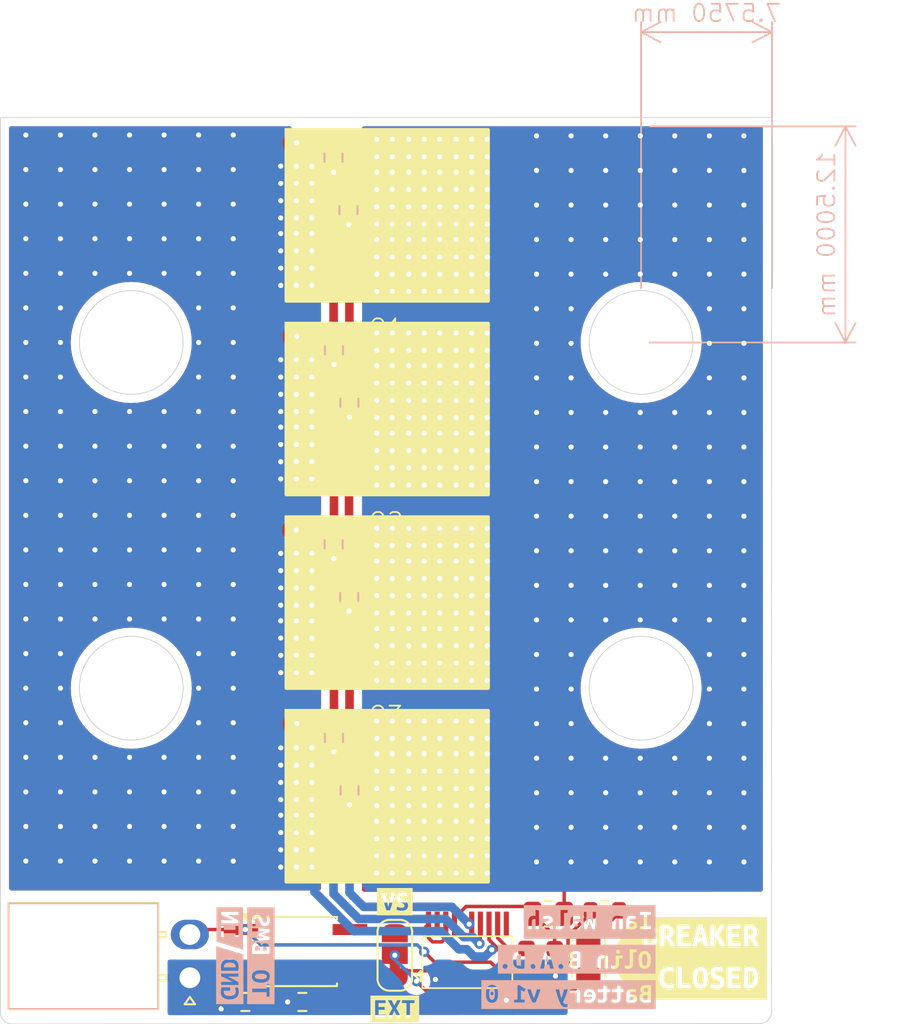
<source format=kicad_pcb>
(kicad_pcb (version 20241229) (generator "pcbnew") (generator_version "9.0")
  (layers (0 "F.Cu" signal) (2 "B.Cu" signal) (13 "F.Paste" user) (15 "B.Paste" user) (5 "F.SilkS" user "F.Silkscreen") (7 "B.SilkS" user "B.Silkscreen") (1 "F.Mask" user) (3 "B.Mask" user) (25 "Edge.Cuts" user))
  (net 0 "")
  (net 1 "Net-(U1-BST)")
  (net 2 "/CORE+")
  (net 3 "GND")
  (net 4 "/BATT+")
  (net 5 "/INPUT")
  (net 7 "/VS")
  (net 8 "/GATE_PD")
  (net 9 "Net-(Q2-G)")
  (net 10 "/GATE_PU")
  (net 11 "Net-(Q3-G)")
  (net 12 "Net-(R7-Pad2)")
  (net 13 "Net-(JP1-C)")
  (net 14 "/STM_INPUT")
  (net 15 "Net-(Q4-G)")
  (net 16 "Net-(Q1-G)")
  (net 17 "Net-(D1-K)")
  (footprint "OlinBAD:NTBLS0D8N08X" (layer "F.Cu") (at 159.45 90.35)
    (property "Reference" "Q2")
    (property "Value" "~")
  )
  (footprint "OlinBAD:VSSOP-19" (layer "F.Cu") (at 165.55 122.35 90)
    (property "Reference" "U1" (hide yes))
    (property "Value" "TPS4810-Q1" (hide yes))
  )
  (footprint "OlinBAD:NTBLS0D8N08X" (layer "F.Cu") (at 159.45 79.15)
    (property "Reference" "Q1")
    (property "Value" "~")
  )
  (footprint "Resistor_SMD:R_0603_1608Metric" (layer "F.Cu") (at 173.5 119.35)
    (property "Reference" "R12" (hide yes))
    (property "Value" "100" (hide yes))
  )
  (footprint "Resistor_SMD:R_0805_2012Metric" (layer "F.Cu") (at 170.2375 119.55 180)
    (property "Reference" "R1" (hide yes))
    (property "Value" "100" (hide yes))
  )
  (footprint "Connector_Molex:Molex_Nano-Fit_105313-xx02_1x02_P2.50mm_Horizontal" (layer "F.Cu") (at 149.49 123.25 180)
    (property "Reference" "J1" (hide yes))
    (property "Value" "Conn_01x02" (hide yes))
  )
  (footprint "Resistor_SMD:R_0603_1608Metric" (layer "F.Cu") (at 152.7 124.65)
    (property "Reference" "R7" (hide yes))
    (property "Value" "100" (hide yes))
  )
  (footprint "OlinBAD:NTBLS0D8N08X" (layer "F.Cu") (at 159.45 112.75)
    (property "Reference" "Q4" (hide yes))
    (property "Value" "~" (hide yes))
  )
  (footprint "kibuzzard-68F7D5F0" (layer "F.Cu") (at 178.275 122.125)
    (property "Reference" "kibuzzard-68F7D5F0" (hide yes))
    (property "Value" "G***" (hide yes))
  )
  (footprint "LED_SMD:LED_0805_2012Metric" (layer "F.Cu") (at 172.55 122.2 -90)
    (property "Reference" "D1" (hide yes))
    (property "Value" "WHITE" (hide yes))
  )
  (footprint "Capacitor_SMD:C_0603_1608Metric" (layer "F.Cu") (at 168.97 122.33 -90)
    (property "Reference" "C1" (hide yes))
    (property "Value" "680nF" (hide yes))
  )
  (footprint "Resistor_SMD:R_0603_1608Metric" (layer "F.Cu") (at 156 124.65)
    (property "Reference" "R6" (hide yes))
    (property "Value" "100k" (hide yes))
  )
  (footprint "Jumper:SolderJumper-3_P1.3mm_Bridged12_RoundedPad1.0x1.5mm" (layer "F.Cu") (at 161.35 121.95 90)
    (property "Reference" "JP1" (hide yes))
    (property "Value" "SolderJumper_3_Bridged12" (hide yes))
  )
  (footprint "kibuzzard-68F79DC8" (layer "F.Cu") (at 161.35 125.05)
    (property "Reference" "kibuzzard-68F79DC8" (hide yes))
    (property "Value" "G***" (hide yes))
  )
  (footprint "kibuzzard-68F79DB8" (layer "F.Cu") (at 161.35 118.85)
    (property "Reference" "kibuzzard-68F79DB8" (hide yes))
    (property "Value" "G***" (hide yes))
  )
  (footprint "OlinBAD:NTBLS0D8N08X" (layer "F.Cu") (at 159.45 101.55)
    (property "Reference" "Q3")
    (property "Value" "~")
  )
  (footprint "Package_SO:SO-4_4.4x3.6mm_P2.54mm" (layer "F.Cu") (at 155.6 121.7325)
    (property "Reference" "U2" (hide yes))
    (property "Value" "LTV-356T" (hide yes))
  )
  (footprint "Capacitor_SMD:C_0603_1608Metric" (layer "F.Cu") (at 170.6 122.35 90)
    (property "Reference" "C2" (hide yes))
    (property "Value" "0.1uF" (hide yes))
  )
  (footprint "Resistor_SMD:R_0603_1608Metric" (layer "B.Cu") (at 157.8 75.81 90)
    (property "Reference" "R8" (hide yes))
    (property "Value" "10" (hide yes))
  )
  (footprint "kibuzzard-68F7ACD6" (layer "B.Cu") (at 172.625 120.025 180)
    (property "Reference" "kibuzzard-68F7ACD6" (hide yes))
    (property "Value" "G***" (hide yes))
  )
  (footprint "kibuzzard-68F7ADA7" (layer "B.Cu") (at 171.4 124.225 180)
    (property "Reference" "kibuzzard-68F7ADA7" (hide yes))
    (property "Value" "G***" (hide yes))
  )
  (footprint "Resistor_SMD:R_0603_1608Metric" (layer "B.Cu") (at 157.83 86.95 90)
    (property "Reference" "R9" (hide yes))
    (property "Value" "10" (hide yes))
  )
  (footprint "Resistor_SMD:R_0603_1608Metric" (layer "B.Cu") (at 158.67 78.84 -90)
    (property "Reference" "R2" (hide yes))
    (property "Value" "100k" (hide yes))
  )
  (footprint "Resistor_SMD:R_0603_1608Metric" (layer "B.Cu") (at 157.81 98.18 90)
    (property "Reference" "R10" (hide yes))
    (property "Value" "10" (hide yes))
  )
  (footprint "Resistor_SMD:R_0603_1608Metric" (layer "B.Cu") (at 158.73 112.415 -90)
    (property "Reference" "R5" (hide yes))
    (property "Value" "100k" (hide yes))
  )
  (footprint "Resistor_SMD:R_0603_1608Metric" (layer "B.Cu") (at 158.71 101.225 -90)
    (property "Reference" "R4" (hide yes))
    (property "Value" "100k" (hide yes))
  )
  (footprint "kibuzzard-68F7A0AD" (layer "B.Cu") (at 151.8 123.1 90)
    (property "Reference" "kibuzzard-68F7A0AD" (hide yes))
    (property "Value" "G***" (hide yes))
  )
  (footprint "Resistor_SMD:R_0603_1608Metric" (layer "B.Cu") (at 157.83 109.375 90)
    (property "Reference" "R11" (hide yes))
    (property "Value" "10" (hide yes))
  )
  (footprint "kibuzzard-68F7A0C5" (layer "B.Cu") (at 151.8 120.4 90)
    (property "Reference" "kibuzzard-68F7A0C5" (hide yes))
    (property "Value" "G***" (hide yes))
  )
  (footprint "kibuzzard-68F7AD8A" (layer "B.Cu") (at 171.875 122.175 180)
    (property "Reference" "kibuzzard-68F7AD8A" (hide yes))
    (property "Value" "G***" (hide yes))
  )
  (footprint "kibuzzard-68F7A12F" (layer "B.Cu") (at 153.6 121.975 90)
    (property "Reference" "kibuzzard-68F7A12F" (hide yes))
    (property "Value" "G***" (hide yes))
  )
  (footprint "Resistor_SMD:R_0603_1608Metric" (layer "B.Cu") (at 158.72 89.985 -90)
    (property "Reference" "R3" (hide yes))
    (property "Value" "100k" (hide yes))
  )
  (gr_rect (start 139 118.95) (end 147.65 125.05) (stroke (width 0.1)) (fill no) (layer "B.SilkS"))
  (gr_circle (center 146.1 106.5) (end 149.1 106.5) (stroke (width 0.05)) (fill no) (layer "Edge.Cuts"))
  (gr_line (start 138.53 73.49) (end 183.15 73.49) (stroke (width 0.05)) (layer "Edge.Cuts"))
  (gr_circle (center 175.6 86.5) (end 178.6 86.5) (stroke (width 0.05)) (fill no) (layer "Edge.Cuts"))
  (gr_arc (start 139.2 125.92) (mid 138.726238 125.723762) (end 138.53 125.25) (stroke (width 0.05)) (layer "Edge.Cuts"))
  (gr_circle (center 146.1 86.5) (end 149.1 86.5) (stroke (width 0.05)) (fill no) (layer "Edge.Cuts"))
  (gr_circle (center 175.6 106.5) (end 178.6 106.5) (stroke (width 0.05)) (fill no) (layer "Edge.Cuts"))
  (gr_line (start 138.53 125.25) (end 138.53 73.49) (stroke (width 0.05)) (layer "Edge.Cuts"))
  (gr_line (start 183.15 73.49) (end 183.146238 125.226238) (stroke (width 0.05)) (layer "Edge.Cuts"))
  (gr_line (start 182.476238 125.896238) (end 139.2 125.92) (stroke (width 0.05)) (layer "Edge.Cuts"))
  (gr_arc (start 183.146238 125.226238) (mid 182.95 125.7) (end 182.476238 125.896238) (stroke (width 0.05)) (layer "Edge.Cuts"))
  (dimension (type aligned) (layer "B.SilkS") (pts (xy 175.6 86.5) (xy 175.6 74)) (height 11.825) (format (prefix "") (suffix "") (units 3) (units_format 1) (precision 4)) (style (thickness 0.1) (arrow_length 1.27) (text_position_mode 0) (arrow_direction outward) (extension_height 0.58642) (extension_offset 0.5) (keep_text_aligned yes)) (gr_text "12.5000 mm" (at 186.325 80.25 90) (layer "B.SilkS") (effects (font (size 1 1) (thickness 0.1)) (justify mirror))))
  (dimension (type aligned) (layer "B.SilkS") (pts (xy 183.175 83.85) (xy 175.6 83.85)) (height 15.3) (format (prefix "") (suffix "") (units 3) (units_format 1) (precision 4)) (style (thickness 0.1) (arrow_length 1.27) (text_position_mode 0) (arrow_direction outward) (extension_height 0.58642) (extension_offset 0.5) (keep_text_aligned yes)) (gr_text "7.5750 mm" (at 179.3875 67.45 0) (layer "B.SilkS") (effects (font (size 1 1) (thickness 0.1)) (justify mirror))))
  (segment (start 167.3 120.943772) (end 167.911228 121.555) (width 0.2) (layer "F.Cu") (net 1))
  (segment (start 167.3 120.15) (end 167.3 120.943772) (width 0.2) (layer "F.Cu") (net 1))
  (segment (start 167.911228 121.555) (end 168.97 121.555) (width 0.2) (layer "F.Cu") (net 1))
  (segment (start 167.425 121.675) (end 167.380015 121.630015) (width 0.2) (layer "F.Cu") (net 2))
  (segment (start 166.8 121.05) (end 167.425 121.675) (width 0.2) (layer "F.Cu") (net 2))
  (segment (start 166.8 120.15) (end 166.8 121.05) (width 0.2) (layer "F.Cu") (net 2))
  (segment (start 168.855 123.105) (end 168.97 123.105) (width 0.2) (layer "F.Cu") (net 2))
  (segment (start 167.380015 121.630015) (end 166.960584 121.630015) (width 0.2) (layer "F.Cu") (net 2))
  (segment (start 167.425 121.675) (end 168.855 123.105) (width 0.2) (layer "F.Cu") (net 2))
  (via (at 144 100.5) (size 0.6) (drill 0.3) (layers "F.Cu" "B.Cu") (net 2))
  (via (at 148 96.5) (size 0.6) (drill 0.3) (layers "F.Cu" "B.Cu") (net 2))
  (via (at 156.55 110.95) (size 0.6) (drill 0.3) (layers "F.Cu" "B.Cu") (net 2))
  (via (at 140 78.5) (size 0.6) (drill 0.3) (layers "F.Cu" "B.Cu") (net 2))
  (via (at 155.65 104.6) (size 0.6) (drill 0.3) (layers "F.Cu" "B.Cu") (net 2))
  (via (at 148 116.5) (size 0.6) (drill 0.3) (layers "F.Cu" "B.Cu") (net 2))
  (via (at 154.75 91.4) (size 0.6) (drill 0.3) (layers "F.Cu" "B.Cu") (net 2))
  (via (at 152 90.5) (size 0.6) (drill 0.3) (layers "F.Cu" "B.Cu") (net 2))
  (via (at 154.75 82.2) (size 0.6) (drill 0.3) (layers "F.Cu" "B.Cu") (net 2))
  (via (at 142 86.5) (size 0.6) (drill 0.3) (layers "F.Cu" "B.Cu") (net 2))
  (via (at 155.65 113.85) (size 0.6) (drill 0.3) (layers "F.Cu" "B.Cu") (net 2))
  (via (at 148 114.5) (size 0.6) (drill 0.3) (layers "F.Cu" "B.Cu") (net 2))
  (via (at 155.65 78.3) (size 0.6) (drill 0.3) (layers "F.Cu" "B.Cu") (net 2))
  (via (at 156.55 109.95) (size 0.6) (drill 0.3) (layers "F.Cu" "B.Cu") (net 2))
  (via (at 146 82.5) (size 0.6) (drill 0.3) (layers "F.Cu" "B.Cu") (net 2))
  (via (at 142 100.5) (size 0.6) (drill 0.3) (layers "F.Cu" "B.Cu") (net 2))
  (via (at 152 98.5) (size 0.6) (drill 0.3) (layers "F.Cu" "B.Cu") (net 2))
  (via (at 150 86.5) (size 0.6) (drill 0.3) (layers "F.Cu" "B.Cu") (net 2))
  (via (at 150 112.5) (size 0.6) (drill 0.3) (layers "F.Cu" "B.Cu") (net 2))
  (via (at 156.55 98.7) (size 0.6) (drill 0.3) (layers "F.Cu" "B.Cu") (net 2))
  (via (at 152 88.5) (size 0.6) (drill 0.3) (layers "F.Cu" "B.Cu") (net 2))
  (via (at 150 80.5) (size 0.6) (drill 0.3) (layers "F.Cu" "B.Cu") (net 2))
  (via (at 142 114.5) (size 0.6) (drill 0.3) (layers "F.Cu" "B.Cu") (net 2))
  (via (at 150 84.5) (size 0.6) (drill 0.3) (layers "F.Cu" "B.Cu") (net 2))
  (via (at 148 80.5) (size 0.6) (drill 0.3) (layers "F.Cu" "B.Cu") (net 2))
  (via (at 150 82.5) (size 0.6) (drill 0.3) (layers "F.Cu" "B.Cu") (net 2))
  (via (at 142 106.5) (size 0.6) (drill 0.3) (layers "F.Cu" "B.Cu") (net 2))
  (via (at 152 96.5) (size 0.6) (drill 0.3) (layers "F.Cu" "B.Cu") (net 2))
  (via (at 150 108.5) (size 0.6) (drill 0.3) (layers "F.Cu" "B.Cu") (net 2))
  (via (at 156.55 93.4) (size 0.6) (drill 0.3) (layers "F.Cu" "B.Cu") (net 2))
  (via (at 156.55 102.6) (size 0.6) (drill 0.3) (layers "F.Cu" "B.Cu") (net 2))
  (via (at 150 76.5) (size 0.6) (drill 0.3) (layers "F.Cu" "B.Cu") (net 2))
  (via (at 142 108.5) (size 0.6) (drill 0.3) (layers "F.Cu" "B.Cu") (net 2))
  (via (at 144 78.5) (size 0.6) (drill 0.3) (layers "F.Cu" "B.Cu") (net 2))
  (via (at 155.65 116.85) (size 0.6) (drill 0.3) (layers "F.Cu" "B.Cu") (net 2))
  (via (at 152 114.5) (size 0.6) (drill 0.3) (layers "F.Cu" "B.Cu") (net 2))
  (via (at 166.960584 121.630015) (size 0.6) (drill 0.3) (layers "F.Cu" "B.Cu") (net 2))
  (via (at 140 74.5) (size 0.6) (drill 0.3) (layers "F.Cu" "B.Cu") (net 2))
  (via (at 152 106.5) (size 0.6) (drill 0.3) (layers "F.Cu" "B.Cu") (net 2))
  (via (at 140 92.5) (size 0.6) (drill 0.3) (layers "F.Cu" "B.Cu") (net 2))
  (via (at 156.55 101.7) (size 0.6) (drill 0.3) (layers "F.Cu" "B.Cu") (net 2))
  (via (at 142 94.5) (size 0.6) (drill 0.3) (layers "F.Cu" "B.Cu") (net 2))
  (via (at 154.75 104.6) (size 0.6) (drill 0.3) (layers "F.Cu" "B.Cu") (net 2))
  (via (at 140 100.5) (size 0.6) (drill 0.3) (layers "F.Cu" "B.Cu") (net 2))
  (via (at 140 110.5) (size 0.6) (drill 0.3) (layers "F.Cu" "B.Cu") (net 2))
  (via (at 146 100.5) (size 0.6) (drill 0.3) (layers "F.Cu" "B.Cu") (net 2))
  (via (at 142 82.5) (size 0.6) (drill 0.3) (layers "F.Cu" "B.Cu") (net 2))
  (via (at 155.65 111.95) (size 0.6) (drill 0.3) (layers "F.Cu" "B.Cu") (net 2))
  (via (at 156.55 80.2) (size 0.6) (drill 0.3) (layers "F.Cu" "B.Cu") (net 2))
  (via (at 155.65 109.95) (size 0.6) (drill 0.3) (layers "F.Cu" "B.Cu") (net 2))
  (via (at 142 90.5) (size 0.6) (drill 0.3) (layers "F.Cu" "B.Cu") (net 2))
  (via (at 142 112.5) (size 0.6) (drill 0.3) (layers "F.Cu" "B.Cu") (net 2))
  (via (at 142 76.5) (size 0.6) (drill 0.3) (layers "F.Cu" "B.Cu") (net 2))
  (via (at 155.65 103.6) (size 0.6) (drill 0.3) (layers "F.Cu" "B.Cu") (net 2))
  (via (at 148 78.5) (size 0.6) (drill 0.3) (layers "F.Cu" "B.Cu") (net 2))
  (via (at 150 114.5) (size 0.6) (drill 0.3) (layers "F.Cu" "B.Cu") (net 2))
  (via (at 155.65 82.2) (size 0.6) (drill 0.3) (layers "F.Cu" "B.Cu") (net 2))
  (via (at 155.65 94.4) (size 0.6) (drill 0.3) (layers "F.Cu" "B.Cu") (net 2))
  (via (at 155.65 92.4) (size 0.6) (drill 0.3) (layers "F.Cu" "B.Cu") (net 2))
  (via (at 144 114.5) (size 0.6) (drill 0.3) (layers "F.Cu" "B.Cu") (net 2))
  (via (at 154.75 100.7) (size 0.6) (drill 0.3) (layers "F.Cu" "B.Cu") (net 2))
  (via (at 154.75 113.85) (size 0.6) (drill 0.3) (layers "F.Cu" "B.Cu") (net 2))
  (via (at 144 112.5) (size 0.6) (drill 0.3) (layers "F.Cu" "B.Cu") (net 2))
  (via (at 154.75 116.85) (size 0.6) (drill 0.3) (layers "F.Cu" "B.Cu") (net 2))
  (via (at 140 114.5) (size 0.6) (drill 0.3) (layers "F.Cu" "B.Cu") (net 2))
  (via (at 148 102.5) (size 0.6) (drill 0.3) (layers "F.Cu" "B.Cu") (net 2))
  (via (at 142 78.5) (size 0.6) (drill 0.3) (layers "F.Cu" "B.Cu") (net 2))
  (via (at 146 74.5) (size 0.6) (drill 0.3) (layers "F.Cu" "B.Cu") (net 2))
  (via (at 142 102.5) (size 0.6) (drill 0.3) (layers "F.Cu" "B.Cu") (net 2))
  (via (at 148 90.5) (size 0.6) (drill 0.3) (layers "F.Cu" "B.Cu") (net 2))
  (via (at 155.65 93.4) (size 0.6) (drill 0.3) (layers "F.Cu" "B.Cu") (net 2))
  (via (at 146 76.5) (size 0.6) (drill 0.3) (layers "F.Cu" "B.Cu") (net 2))
  (via (at 156.55 105.6) (size 0.6) (drill 0.3) (layers "F.Cu" "B.Cu") (net 2))
  (via (at 152 84.5) (size 0.6) (drill 0.3) (layers "F.Cu" "B.Cu") (net 2))
  (via (at 156.55 91.4) (size 0.6) (drill 0.3) (layers "F.Cu" "B.Cu") (net 2))
  (via (at 152 86.5) (size 0.6) (drill 0.3) (layers "F.Cu" "B.Cu") (net 2))
  (via (at 156.55 111.95) (size 0.6) (drill 0.3) (layers "F.Cu" "B.Cu") (net 2))
  (via (at 152 82.5) (size 0.6) (drill 0.3) (layers "F.Cu" "B.Cu") (net 2))
  (via (at 155.65 112.95) (size 0.6) (drill 0.3) (layers "F.Cu" "B.Cu") (net 2))
  (via (at 142 116.5) (size 0.6) (drill 0.3) (layers "F.Cu" "B.Cu") (net 2))
  (via (at 156.55 103.6) (size 0.6) (drill 0.3) (layers "F.Cu" "B.Cu") (net 2))
  (via (at 156.55 79.3) (size 0.6) (drill 0.3) (layers "F.Cu" "B.Cu") (net 2))
  (via (at 148 110.5) (size 0.6) (drill 0.3) (layers "F.Cu" "B.Cu") (net 2))
  (via (at 142 88.5) (size 0.6) (drill 0.3) (layers "F.Cu" "B.Cu") (net 2))
  (via (at 144 90.5) (size 0.6) (drill 0.3) (layers "F.Cu" "B.Cu") (net 2))
  (via (at 140 76.5) (size 0.6) (drill 0.3) (layers "F.Cu" "B.Cu") (net 2))
  (via (at 154.75 109.95) (size 0.6) (drill 0.3) (layers "F.Cu" "B.Cu") (net 2))
  (via (at 148 112.5) (size 0.6) (drill 0.3) (layers "F.Cu" "B.Cu") (net 2))
  (via (at 150 78.5) (size 0.6) (drill 0.3) (layers "F.Cu" "B.Cu") (net 2))
  (via (at 140 96.5) (size 0.6) (drill 0.3) (layers "F.Cu" "B.Cu") (net 2))
  (via (at 154.75 83.2) (size 0.6) (drill 0.3) (layers "F.Cu" "B.Cu") (net 2))
  (via (at 144 80.5) (size 0.6) (drill 0.3) (layers "F.Cu" "B.Cu") (net 2))
  (via (at 140 90.5) (size 0.6) (drill 0.3) (layers "F.Cu" "B.Cu") (net 2))
  (via (at 150 98.5) (size 0.6) (drill 0.3) (layers "F.Cu" "B.Cu") (net 2))
  (via (at 154.75 89.5) (size 0.6) (drill 0.3) (layers "F.Cu" "B.Cu") (net 2))
  (via (at 140 98.5) (size 0.6) (drill 0.3) (layers "F.Cu" "B.Cu") (net 2))
  (via (at 154.75 76.3) (size 0.6) (drill 0.3) (layers "F.Cu" "B.Cu") (net 2))
  (via (at 150 88.5) (size 0.6) (drill 0.3) (layers "F.Cu" "B.Cu") (net 2))
  (via (at 142 98.5) (size 0.6) (drill 0.3) (layers "F.Cu" "B.Cu") (net 2))
  (via (at 152 108.5) (size 0.6) (drill 0.3) (layers "F.Cu" "B.Cu") (net 2))
  (via (at 150 106.5) (size 0.6) (drill 0.3) (layers "F.Cu" "B.Cu") (net 2))
  (via (at 150 74.5) (size 0.6) (drill 0.3) (layers "F.Cu" "B.Cu") (net 2))
  (via (at 150 92.5) (size 0.6) (drill 0.3) (layers "F.Cu" "B.Cu") (net 2))
  (via (at 155.65 79.3) (size 0.6) (drill 0.3) (layers "F.Cu" "B.Cu") (net 2))
  (via (at 154.75 114.85) (size 0.6) (drill 0.3) (layers "F.Cu" "B.Cu") (net 2))
  (via (at 142 96.5) (size 0.6) (drill 0.3) (layers "F.Cu" "B.Cu") (net 2))
  (via (at 156.55 90.5) (size 0.6) (drill 0.3) (layers "F.Cu" "B.Cu") (net 2))
  (via (at 154.75 81.2) (size 0.6) (drill 0.3) (layers "F.Cu" "B.Cu") (net 2))
  (via (at 150 104.5) (size 0.6) (drill 0.3) (layers "F.Cu" "B.Cu") (net 2))
  (via (at 155.65 80.2) (size 0.6) (drill 0.3) (layers "F.Cu" "B.Cu") (net 2))
  (via (at 156.55 113.85) (size 0.6) (drill 0.3) (layers "F.Cu" "B.Cu") (net 2))
  (via (at 146 116.5) (size 0.6) (drill 0.3) (layers "F.Cu" "B.Cu") (net 2))
  (via (at 144 110.5) (size 0.6) (drill 0.3) (layers "F.Cu" "B.Cu") (net 2))
  (via (at 156.55 77.3) (size 0.6) (drill 0.3) (layers "F.Cu" "B.Cu") (net 2))
  (via (at 156.55 92.4) (size 0.6) (drill 0.3) (layers "F.Cu" "B.Cu") (net 2))
  (via (at 146 92.5) (size 0.6) (drill 0.3) (layers "F.Cu" "B.Cu") (net 2))
  (via (at 155.65 114.85) (size 0.6) (drill 0.3) (layers "F.Cu" "B.Cu") (net 2))
  (via (at 140 106.5) (size 0.6) (drill 0.3) (layers "F.Cu" "B.Cu") (net 2))
  (via (at 146 94.5) (size 0.6) (drill 0.3) (layers "F.Cu" "B.Cu") (net 2))
  (via (at 150 90.5) (size 0.6) (drill 0.3) (layers "F.Cu" "B.Cu") (net 2))
  (via (at 140 112.5) (size 0.6) (drill 0.3) (layers "F.Cu" "B.Cu") (net 2))
  (via (at 156.55 87.5) (size 0.6) (drill 0.3) (layers "F.Cu" "B.Cu") (net 2))
  (via (at 148 100.5) (size 0.6) (drill 0.3) (layers "F.Cu" "B.Cu") (net 2))
  (via (at 154.75 88.5) (size 0.6) (drill 0.3) (layers "F.Cu" "B.Cu") (net 2))
  (via (at 155.65 110.95) (size 0.6) (drill 0.3) (layers "F.Cu" "B.Cu") (net 2))
  (via (at 155.65 99.7) (size 0.6) (drill 0.3) (layers "F.Cu" "B.Cu") (net 2))
  (via (at 154.75 105.6) (size 0.6) (drill 0.3) (layers "F.Cu" "B.Cu") (net 2))
  (via (at 156.55 78.3) (size 0.6) (drill 0.3) (layers "F.Cu" "B.Cu") (net 2))
  (via (at 144 82.5) (size 0.6) (drill 0.3) (layers "F.Cu" "B.Cu") (net 2))
  (via (at 150 96.5) (size 0.6) (drill 0.3) (layers "F.Cu" "B.Cu") (net 2))
  (via (at 156.55 76.3) (size 0.6) (drill 0.3) (layers "F.Cu" "B.Cu") (net 2))
  (via (at 154.75 111.95) (size 0.6) (drill 0.3) (layers "F.Cu" "B.Cu") (net 2))
  (via (at 144 92.5) (size 0.6) (drill 0.3) (layers "F.Cu" "B.Cu") (net 2))
  (via (at 142 84.5) (size 0.6) (drill 0.3) (layers "F.Cu" "B.Cu") (net 2))
  (via (at 155.65 89.5) (size 0.6) (drill 0.3) (layers "F.Cu" "B.Cu") (net 2))
  (via (at 155.65 81.2) (size 0.6) (drill 0.3) (layers "F.Cu" "B.Cu") (net 2))
  (via (at 142 74.5) (size 0.6) (drill 0.3) (layers "F.Cu" "B.Cu") (net 2))
  (via (at 156.55 94.4) (size 0.6) (drill 0.3) (layers "F.Cu" "B.Cu") (net 2))
  (via (at 154.75 92.4) (size 0.6) (drill 0.3) (layers "F.Cu" "B.Cu") (net 2))
  (via (at 152 104.5) (size 0.6) (drill 0.3) (layers "F.Cu" "B.Cu") (net 2))
  (via (at 142 80.5) (size 0.6) (drill 0.3) (layers "F.Cu" "B.Cu") (net 2))
  (via (at 152 116.5) (size 0.6) (drill 0.3) (layers "F.Cu" "B.Cu") (net 2))
  (via (at 155.65 100.7) (size 0.6) (drill 0.3) (layers "F.Cu" "B.Cu") (net 2))
  (via (at 152 112.5) (size 0.6) (drill 0.3) (layers "F.Cu" "B.Cu") (net 2))
  (via (at 154.75 79.3) (size 0.6) (drill 0.3) (layers "F.Cu" "B.Cu") (net 2))
  (via (at 154.75 103.6) (size 0.6) (drill 0.3) (layers "F.Cu" "B.Cu") (net 2))
  (via (at 148 98.5) (size 0.6) (drill 0.3) (layers "F.Cu" "B.Cu") (net 2))
  (via (at 156.55 112.95) (size 0.6) (drill 0.3) (layers "F.Cu" "B.Cu") (net 2))
  (via (at 144 116.5) (size 0.6) (drill 0.3) (layers "F.Cu" "B.Cu") (net 2))
  (via (at 150 116.5) (size 0.6) (drill 0.3) (layers "F.Cu" "B.Cu") (net 2))
  (via (at 148 94.5) (size 0.6) (drill 0.3) (layers "F.Cu" "B.Cu") (net 2))
  (via (at 156.55 115.85) (size 0.6) (drill 0.3) (layers "F.Cu" "B.Cu") (net 2))
  (via (at 142 92.5) (size 0.6) (drill 0.3) (layers "F.Cu" "B.Cu") (net 2))
  (via (at 148 82.5) (size 0.6) (drill 0.3) (layers "F.Cu" "B.Cu") (net 2))
  (via (at 152 74.5) (size 0.6) (drill 0.3) (layers "F.Cu" "B.Cu") (net 2))
  (via (at 146 80.5) (size 0.6) (drill 0.3) (layers "F.Cu" "B.Cu") (net 2))
  (via (at 146 112.5) (size 0.6) (drill 0.3) (layers "F.Cu" "B.Cu") (net 2))
  (via (at 156.55 100.7) (size 0.6) (drill 0.3) (layers "F.Cu" "B.Cu") (net 2))
  (via (at 146 90.5) (size 0.6) (drill 0.3) (layers "F.Cu" "B.Cu") (net 2))
  (via (at 154.75 80.2) (size 0.6) (drill 0.3) (layers "F.Cu" "B.Cu") (net 2))
  (via (at 152 76.5) (size 0.6) (drill 0.3) (layers "F.Cu" "B.Cu") (net 2))
  (via (at 155.65 88.5) (size 0.6) (drill 0.3) (layers "F.Cu" "B.Cu") (net 2))
  (via (at 154.75 77.3) (size 0.6) (drill 0.3) (layers "F.Cu" "B.Cu") (net 2))
  (via (at 140 94.5) (size 0.6) (drill 0.3) (layers "F.Cu" "B.Cu") (net 2))
  (via (at 155.65 101.7) (size 0.6) (drill 0.3) (layers "F.Cu" "B.Cu") (net 2))
  (via (at 140 108.5) (size 0.6) (drill 0.3) (layers "F.Cu" "B.Cu") (net 2))
  (via (at 150 110.5) (size 0.6) (drill 0.3) (layers "F.Cu" "B.Cu") (net 2))
  (via (at 156.55 114.85) (size 0.6) (drill 0.3) (layers "F.Cu" "B.Cu") (net 2))
  (via (at 152 110.5) (size 0.6) (drill 0.3) (layers "F.Cu" "B.Cu") (net 2))
  (via (at 156.55 89.5) (size 0.6) (drill 0.3) (layers "F.Cu" "B.Cu") (net 2))
  (via (at 144 102.5) (size 0.6) (drill 0.3) (layers "F.Cu" "B.Cu") (net 2))
  (via (at 155.65 83.2) (size 0.6) (drill 0.3) (layers "F.Cu" "B.Cu") (net 2))
  (via (at 156.55 99.7) (size 0.6) (drill 0.3) (layers "F.Cu" "B.Cu") (net 2))
  (via (at 142 104.5) (size 0.6) (drill 0.3) (layers "F.Cu" "B.Cu") (net 2))
  (via (at 140 82.5) (size 0.6) (drill 0.3) (layers "F.Cu" "B.Cu") (net 2))
  (via (at 154.75 110.95) (size 0.6) (drill 0.3) (layers "F.Cu" "B.Cu") (net 2))
  (via (at 144 76.5) (size 0.6) (drill 0.3) (layers "F.Cu" "B.Cu") (net 2))
  (via (at 156.55 81.2) (size 0.6) (drill 0.3) (layers "F.Cu" "B.Cu") (net 2))
  (via (at 144 94.5) (size 0.6) (drill 0.3) (layers "F.Cu" "B.Cu") (net 2))
  (via (at 140 104.5) (size 0.6) (drill 0.3) (layers "F.Cu" "B.Cu") (net 2))
  (via (at 144 74.5) (size 0.6) (drill 0.3) (layers "F.Cu" "B.Cu") (net 2))
  (via (at 154.75 93.4) (size 0.6) (drill 0.3) (layers "F.Cu" "B.Cu") (net 2))
  (via (at 154.75 78.3) (size 0.6) (drill 0.3) (layers "F.Cu" "B.Cu") (net 2))
  (via (at 156.55 88.5) (size 0.6) (drill 0.3) (layers "F.Cu" "B.Cu") (net 2))
  (via (at 140 102.5) (size 0.6) (drill 0.3) (layers "F.Cu" "B.Cu") (net 2))
  (via (at 152 102.5) (size 0.6) (drill 0.3) (layers "F.Cu" "B.Cu") (net 2))
  (via (at 154.75 98.7) (size 0.6) (drill 0.3) (layers "F.Cu" "B.Cu") (net 2))
  (via (at 155.65 105.6) (size 0.6) (drill 0.3) (layers "F.Cu" "B.Cu") (net 2))
  (via (at 146 98.5) (size 0.6) (drill 0.3) (layers "F.Cu" "B.Cu") (net 2))
  (via (at 156.55 83.2) (size 0.6) (drill 0.3) (layers "F.Cu" "B.Cu") (net 2))
  (via (at 152 94.5) (size 0.6) (drill 0.3) (layers "F.Cu" "B.Cu") (net 2))
  (via (at 140 86.5) (size 0.6) (drill 0.3) (layers "F.Cu" "B.Cu") (net 2))
  (via (at 154.75 99.7) (size 0.6) (drill 0.3) (layers "F.Cu" "B.Cu") (net 2))
  (via (at 154.75 112.95) (size 0.6) (drill 0.3) (layers "F.Cu" "B.Cu") (net 2))
  (via (at 148 76.5) (size 0.6) (drill 0.3) (layers "F.Cu" "B.Cu") (net 2))
  (via (at 150 100.5) (size 0.6) (drill 0.3) (layers "F.Cu" "B.Cu") (net 2))
  (via (at 155.65 87.5) (size 0.6) (drill 0.3) (layers "F.Cu" "B.Cu") (net 2))
  (via (at 154.75 87.5) (size 0.6) (drill 0.3) (layers "F.Cu" "B.Cu") (net 2))
  (via (at 146 96.5) (size 0.6) (drill 0.3) (layers "F.Cu" "B.Cu") (net 2))
  (via (at 155.65 115.85) (size 0.6) (drill 0.3) (layers "F.Cu" "B.Cu") (net 2))
  (via (at 152 80.5) (size 0.6) (drill 0.3) (layers "F.Cu" "B.Cu") (net 2))
  (via (at 146 110.5) (size 0.6) (drill 0.3) (layers "F.Cu" "B.Cu") (net 2))
  (via (at 155.65 77.3) (size 0.6) (drill 0.3) (layers "F.Cu" "B.Cu") (net 2))
  (via (at 150 102.5) (size 0.6) (drill 0.3) (layers "F.Cu" "B.Cu") (net 2))
  (via (at 154.75 101.7) (size 0.6) (drill 0.3) (layers "F.Cu" "B.Cu") (net 2))
  (via (at 154.75 115.85) (size 0.6) (drill 0.3) (layers "F.Cu" "B.Cu") (net 2))
  (via (at 155.65 76.3) (size 0.6) (drill 0.3) (layers "F.Cu" "B.Cu") (net 2))
  (via (at 140 84.5) (size 0.6) (drill 0.3) (layers "F.Cu" "B.Cu") (net 2))
  (via (at 140 116.5) (size 0.6) (drill 0.3) (layers "F.Cu" "B.Cu") (net 2))
  (via (at 155.65 98.7) (size 0.6) (drill 0.3) (layers "F.Cu" "B.Cu") (net 2))
  (via (at 155.65 102.6) (size 0.6) (drill 0.3) (layers "F.Cu" "B.Cu") (net 2))
  (via (at 156.55 82.2) (size 0.6) (drill 0.3) (layers "F.Cu" "B.Cu") (net 2))
  (via (at 140 80.5) (size 0.6) (drill 0.3) (layers "F.Cu" "B.Cu") (net 2))
  (via (at 150 94.5) (size 0.6) (drill 0.3) (layers "F.Cu" "B.Cu") (net 2))
  (via (at 152 100.5) (size 0.6) (drill 0.3) (layers "F.Cu" "B.Cu") (net 2))
  (via (at 148 92.5) (size 0.6) (drill 0.3) (layers "F.Cu" "B.Cu") (net 2))
  (via (at 156.55 104.6) (size 0.6) (drill 0.3) (layers "F.Cu" "B.Cu") (net 2))
  (via (at 140 88.5) (size 0.6) (drill 0.3) (layers "F.Cu" "B.Cu") (net 2))
  (via (at 144 96.5) (size 0.6) (drill 0.3) (layers "F.Cu" "B.Cu") (net 2))
  (via (at 146 102.5) (size 0.6) (drill 0.3) (layers "F.Cu" "B.Cu") (net 2))
  (via (at 146 114.5) (size 0.6) (drill 0.3) (layers "F.Cu" "B.Cu") (net 2))
  (via (at 146 78.5) (size 0.6) (drill 0.3) (layers "F.Cu" "B.Cu") (net 2))
  (via (at 154.75 102.6) (size 0.6) (drill 0.3) (layers "F.Cu" "B.Cu") (net 2))
  (via (at 152 78.5) (size 0.6) (drill 0.3) (layers "F.Cu" "B.Cu") (net 2))
  (via (at 155.65 91.4) (size 0.6) (drill 0.3) (layers "F.Cu" "B.Cu") (net 2))
  (via (at 148 74.5) (size 0.6) (drill 0.3) (layers "F.Cu" "B.Cu") (net 2))
  (via (at 155.65 90.5) (size 0.6) (drill 0.3) (layers "F.Cu" "B.Cu") (net 2))
  (via (at 154.75 94.4) (size 0.6) (drill 0.3) (layers "F.Cu" "B.Cu") (net 2))
  (via (at 142 110.5) (size 0.6) (drill 0.3) (layers "F.Cu" "B.Cu") (net 2))
  (via (at 144 98.5) (size 0.6) (drill 0.3) (layers "F.Cu" "B.Cu") (net 2))
  (via (at 154.75 90.5) (size 0.6) (drill 0.3) (layers "F.Cu" "B.Cu") (net 2))
  (via (at 152 92.5) (size 0.6) (drill 0.3) (layers "F.Cu" "B.Cu") (net 2))
  (via (at 156.55 116.85) (size 0.6) (drill 0.3) (layers "F.Cu" "B.Cu") (net 2))
  (segment (start 163.99939 120.55) (end 158.9701 120.55) (width 0.5) (layer "B.Cu") (net 2))
  (segment (start 166.960584 121.630015) (end 166.565728 122.024871) (width 0.5) (layer "B.Cu") (net 2))
  (segment (start 165.04939 121.6) (end 163.99939 120.55) (width 0.5) (layer "B.Cu") (net 2))
  (segment (start 165.933071 122.024871) (end 165.5082 121.6) (width 0.5) (layer "B.Cu") (net 2))
  (segment (start 166.565728 122.024871) (end 165.933071 122.024871) (width 0.5) (layer "B.Cu") (net 2))
  (segment (start 158.9701 120.55) (end 156.7 118.2799) (width 0.5) (layer "B.Cu") (net 2))
  (segment (start 165.5082 121.6) (end 165.04939 121.6) (width 0.5) (layer "B.Cu") (net 2))
  (segment (start 156.7 118.2799) (end 156.7 117.85) (width 0.5) (layer "B.Cu") (net 2))
  (segment (start 170.6 123.125) (end 170.625 123.125) (width 0.2) (layer "F.Cu") (net 3))
  (segment (start 163.8 123.45) (end 163.7 123.35) (width 0.2) (layer "F.Cu") (net 3))
  (segment (start 171.375 122.35) (end 171.375 120.825) (width 0.2) (layer "F.Cu") (net 3))
  (segment (start 151.475 125.05) (end 151.875 124.65) (width 0.2) (layer "F.Cu") (net 3))
  (segment (start 170.625 123.125) (end 170.65 123.15) (width 0.2) (layer "F.Cu") (net 3))
  (segment (start 171.375 120.825) (end 172.675 119.525) (width 0.2) (layer "F.Cu") (net 3))
  (segment (start 163.8 124.55) (end 163.8 123.45) (width 0.2) (layer "F.Cu") (net 3))
  (segment (start 170.6 123.125) (end 171.375 122.35) (width 0.2) (layer "F.Cu") (net 3))
  (segment (start 155.175 124.65) (end 155.15 124.65) (width 0.2) (layer "F.Cu") (net 3))
  (segment (start 151.3 125.05) (end 151.475 125.05) (width 0.2) (layer "F.Cu") (net 3))
  (segment (start 167.8 124.55) (end 165.3 124.55) (width 0.2) (layer "F.Cu") (net 3))
  (segment (start 172.675 119.525) (end 172.675 119.35) (width 0.2) (layer "F.Cu") (net 3))
  (via (at 151.3 125.05) (size 0.6) (drill 0.3) (layers "F.Cu" "B.Cu") (net 3))
  (via (at 155.15 124.65) (size 0.6) (drill 0.3) (layers "F.Cu" "B.Cu") (net 3))
  (via (at 163.7 123.35) (size 0.6) (drill 0.3) (layers "F.Cu" "B.Cu") (net 3))
  (via (at 170.65 123.15) (size 0.6) (drill 0.3) (layers "F.Cu" "B.Cu") (net 3))
  (via (at 167.8 124.55) (size 0.6) (drill 0.3) (layers "F.Cu" "B.Cu") (net 3))
  (segment (start 171.15 119.55) (end 171.15 117.3) (width 0.2) (layer "F.Cu") (net 4))
  (via (at 160.3 91.75) (size 0.6) (drill 0.3) (layers "F.Cu" "B.Cu") (net 4))
  (via (at 161.2 108.4) (size 0.6) (drill 0.3) (layers "F.Cu" "B.Cu") (net 4))
  (via (at 163.95 116.2) (size 0.6) (drill 0.3) (layers "F.Cu" "B.Cu") (net 4))
  (via (at 164.9 93.75) (size 0.6) (drill 0.3) (layers "F.Cu" "B.Cu") (net 4))
  (via (at 163.05 94.75) (size 0.6) (drill 0.3) (layers "F.Cu" "B.Cu") (net 4))
  (via (at 173.55 80.55) (size 0.6) (drill 0.3) (layers "F.Cu" "B.Cu") (net 4))
  (via (at 162.15 99.15) (size 0.6) (drill 0.3) (layers "F.Cu" "B.Cu") (net 4))
  (via (at 163.05 80.55) (size 0.6) (drill 0.3) (layers "F.Cu" "B.Cu") (net 4))
  (via (at 164.9 105.05) (size 0.6) (drill 0.3) (layers "F.Cu" "B.Cu") (net 4))
  (via (at 160.3 108.4) (size 0.6) (drill 0.3) (layers "F.Cu" "B.Cu") (net 4))
  (via (at 169.55 116.55) (size 0.6) (drill 0.3) (layers "F.Cu" "B.Cu") (net 4))
  (via (at 166.7 75.75) (size 0.6) (drill 0.3) (layers "F.Cu" "B.Cu") (net 4))
  (via (at 162.15 102.15) (size 0.6) (drill 0.3) (layers "F.Cu" "B.Cu") (net 4))
  (via (at 166.7 85.95) (size 0.6) (drill 0.3) (layers "F.Cu" "B.Cu") (net 4))
  (via (at 160.3 75.75) (size 0.6) (drill 0.3) (layers "F.Cu" "B.Cu") (net 4))
  (via (at 165.8 98.25) (size 0.6) (drill 0.3) (layers "F.Cu" "B.Cu") (net 4))
  (via (at 163.95 86.95) (size 0.6) (drill 0.3) (layers "F.Cu" "B.Cu") (net 4))
  (via (at 175.55 92.55) (size 0.6) (drill 0.3) (layers "F.Cu" "B.Cu") (net 4))
  (via (at 163.05 113.3) (size 0.6) (drill 0.3) (layers "F.Cu" "B.Cu") (net 4))
  (via (at 164.9 100.15) (size 0.6) (drill 0.3) (layers "F.Cu" "B.Cu") (net 4))
  (via (at 166.7 76.65) (size 0.6) (drill 0.3) (layers "F.Cu" "B.Cu") (net 4))
  (via (at 165.8 82.55) (size 0.6) (drill 0.3) (layers "F.Cu" "B.Cu") (net 4))
  (via (at 163.05 99.15) (size 0.6) (drill 0.3) (layers "F.Cu" "B.Cu") (net 4))
  (via (at 161.2 82.55) (size 0.6) (drill 0.3) (layers "F.Cu" "B.Cu") (net 4))
  (via (at 163.05 79.65) (size 0.6) (drill 0.3) (layers "F.Cu" "B.Cu") (net 4))
  (via (at 164.9 112.3) (size 0.6) (drill 0.3) (layers "F.Cu" "B.Cu") (net 4))
  (via (at 162.15 98.25) (size 0.6) (drill 0.3) (layers "F.Cu" "B.Cu") (net 4))
  (via (at 179.55 74.55) (size 0.6) (drill 0.3) (layers "F.Cu" "B.Cu") (net 4))
  (via (at 163.95 75.75) (size 0.6) (drill 0.3) (layers "F.Cu" "B.Cu") (net 4))
  (via (at 181.55 110.55) (size 0.6) (drill 0.3) (layers "F.Cu" "B.Cu") (net 4))
  (via (at 169.55 100.55) (size 0.6) (drill 0.3) (layers "F.Cu" "B.Cu") (net 4))
  (via (at 163.95 106.05) (size 0.6) (drill 0.3) (layers "F.Cu" "B.Cu") (net 4))
  (via (at 161.2 111.3) (size 0.6) (drill 0.3) (layers "F.Cu" "B.Cu") (net 4))
  (via (at 163.95 111.3) (size 0.6) (drill 0.3) (layers "F.Cu" "B.Cu") (net 4))
  (via (at 162.15 82.55) (size 0.6) (drill 0.3) (layers "F.Cu" "B.Cu") (net 4))
  (via (at 161.2 99.15) (size 0.6) (drill 0.3) (layers "F.Cu" "B.Cu") (net 4))
  (via (at 169.55 92.55) (size 0.6) (drill 0.3) (layers "F.Cu" "B.Cu") (net 4))
  (via (at 169.55 76.55) (size 0.6) (drill 0.3) (layers "F.Cu" "B.Cu") (net 4))
  (via (at 166.7 103.05) (size 0.6) (drill 0.3) (layers "F.Cu" "B.Cu") (net 4))
  (via (at 161.2 112.3) (size 0.6) (drill 0.3) (layers "F.Cu" "B.Cu") (net 4))
  (via (at 163.95 97.25) (size 0.6) (drill 0.3) (layers "F.Cu" "B.Cu") (net 4))
  (via (at 179.55 92.55) (size 0.6) (drill 0.3) (layers "F.Cu" "B.Cu") (net 4))
  (via (at 165.8 110.3) (size 0.6) (drill 0.3) (layers "F.Cu" "B.Cu") (net 4))
  (via (at 164.9 89.85) (size 0.6) (drill 0.3) (layers "F.Cu" "B.Cu") (net 4))
  (via (at 162.15 117.2) (size 0.6) (drill 0.3) (layers "F.Cu" "B.Cu") (net 4))
  (via (at 160.3 82.55) (size 0.6) (drill 0.3) (layers "F.Cu" "B.Cu") (net 4))
  (via (at 175.55 78.55) (size 0.6) (drill 0.3) (layers "F.Cu" "B.Cu") (net 4))
  (via (at 163.05 78.65) (size 0.6) (drill 0.3) (layers "F.Cu" "B.Cu") (net 4))
  (via (at 161.2 115.2) (size 0.6) (drill 0.3) (layers "F.Cu" "B.Cu") (net 4))
  (via (at 169.55 102.55) (size 0.6) (drill 0.3) (layers "F.Cu" "B.Cu") (net 4))
  (via (at 171.55 98.55) (size 0.6) (drill 0.3) (layers "F.Cu" "B.Cu") (net 4))
  (via (at 162.15 83.55) (size 0.6) (drill 0.3) (layers "F.Cu" "B.Cu") (net 4))
  (via (at 160.3 94.75) (size 0.6) (drill 0.3) (layers "F.Cu" "B.Cu") (net 4))
  (via (at 163.05 104.05) (size 0.6) (drill 0.3) (layers "F.Cu" "B.Cu") (net 4))
  (via (at 169.55 110.55) (size 0.6) (drill 0.3) (layers "F.Cu" "B.Cu") (net 4))
  (via (at 177.55 94.55) (size 0.6) (drill 0.3) (layers "F.Cu" "B.Cu") (net 4))
  (via (at 163.95 90.85) (size 0.6) (drill 0.3) (layers "F.Cu" "B.Cu") (net 4))
  (via (at 161.2 81.55) (size 0.6) (drill 0.3) (layers "F.Cu" "B.Cu") (net 4))
  (via (at 166.7 91.75) (size 0.6) (drill 0.3) (layers "F.Cu" "B.Cu") (net 4))
  (via (at 160.3 87.85) (size 0.6) (drill 0.3) (layers "F.Cu" "B.Cu") (net 4))
  (via (at 171.55 74.55) (size 0.6) (drill 0.3) (layers "F.Cu" "B.Cu") (net 4))
  (via (at 179.55 110.55) (size 0.6) (drill 0.3) (layers "F.Cu" "B.Cu") (net 4))
  (via (at 171.55 82.55) (size 0.6) (drill 0.3) (layers "F.Cu" "B.Cu") (net 4))
  (via (at 161.2 94.75) (size 0.6) (drill 0.3) (layers "F.Cu" "B.Cu") (net 4))
  (via (at 165.8 83.55) (size 0.6) (drill 0.3) (layers "F.Cu" "B.Cu") (net 4))
  (via (at 181.55 92.55) (size 0.6) (drill 0.3) (layers "F.Cu" "B.Cu") (net 4))
  (via (at 163.95 89.85) (size 0.6) (drill 0.3) (layers "F.Cu" "B.Cu") (net 4))
  (via (at 165.8 94.75) (size 0.6) (drill 0.3) (layers "F.Cu" "B.Cu") (net 4))
  (via (at 163.95 92.75) (size 0.6) (drill 0.3) (layers "F.Cu" "B.Cu") (net 4))
  (via (at 162.15 94.75) (size 0.6) (drill 0.3) (layers "F.Cu" "B.Cu") (net 4))
  (via (at 165.8 89.85) (size 0.6) (drill 0.3) (layers "F.Cu" "B.Cu") (net 4))
  (via (at 181.55 106.55) (size 0.6) (drill 0.3) (layers "F.Cu" "B.Cu") (net 4))
  (via (at 171.55 78.55) (size 0.6) (drill 0.3) (layers "F.Cu" "B.Cu") (net 4))
  (via (at 181.55 114.55) (size 0.6) (drill 0.3) (layers "F.Cu" "B.Cu") (net 4))
  (via (at 163.05 76.65) (size 0.6) (drill 0.3) (layers "F.Cu" "B.Cu") (net 4))
  (via (at 181.55 116.55) (size 0.6) (drill 0.3) (layers "F.Cu" "B.Cu") (net 4))
  (via (at 164.9 110.3) (size 0.6) (drill 0.3) (layers "F.Cu" "B.Cu") (net 4))
  (via (at 161.2 106.05) (size 0.6) (drill 0.3) (layers "F.Cu" "B.Cu") (net 4))
  (via (at 163.05 86.95) (size 0.6) (drill 0.3) (layers "F.Cu" "B.Cu") (net 4))
  (via (at 165.8 102.15) (size 0.6) (drill 0.3) (layers "F.Cu" "B.Cu") (net 4))
  (via (at 163.05 112.3) (size 0.6) (drill 0.3) (layers "F.Cu" "B.Cu") (net 4))
  (via (at 179.55 98.55) (size 0.6) (drill 0.3) (layers "F.Cu" "B.Cu") (net 4))
  (via (at 165.8 103.05) (size 0.6) (drill 0.3) (layers "F.Cu" "B.Cu") (net 4))
  (via (at 175.55 82.55) (size 0.6) (drill 0.3) (layers "F.Cu" "B.Cu") (net 4))
  (via (at 163.95 117.2) (size 0.6) (drill 0.3) (layers "F.Cu" "B.Cu") (net 4))
  (via (at 163.95 83.55) (size 0.6) (drill 0.3) (layers "F.Cu" "B.Cu") (net 4))
  (via (at 165.8 109.4) (size 0.6) (drill 0.3) (layers "F.Cu" "B.Cu") (net 4))
  (via (at 175.55 100.55) (size 0.6) (drill 0.3) (layers "F.Cu" "B.Cu") (net 4))
  (via (at 164.9 86.95) (size 0.6) (drill 0.3) (layers "F.Cu" "B.Cu") (net 4))
  (via (at 175.55 96.55) (size 0.6) (drill 0.3) (layers "F.Cu" "B.Cu") (net 4))
  (via (at 162.15 97.25) (size 0.6) (drill 0.3) (layers "F.Cu" "B.Cu") (net 4))
  (via (at 160.3 115.2) (size 0.6) (drill 0.3) (layers "F.Cu" "B.Cu") (net 4))
  (via (at 179.55 100.55) (size 0.6) (drill 0.3) (layers "F.Cu" "B.Cu") (net 4))
  (via (at 163.05 88.85) (size 0.6) (drill 0.3) (layers "F.Cu" "B.Cu") (net 4))
  (via (at 179.55 116.55) (size 0.6) (drill 0.3) (layers "F.Cu" "B.Cu") (net 4))
  (via (at 161.2 113.3) (size 0.6) (drill 0.3) (layers "F.Cu" "B.Cu") (net 4))
  (via (at 166.7 113.3) (size 0.6) (drill 0.3) (layers "F.Cu" "B.Cu") (net 4))
  (via (at 181.55 86.55) (size 0.6) (drill 0.3) (layers "F.Cu" "B.Cu") (net 4))
  (via (at 175.55 114.55) (size 0.6) (drill 0.3) (layers "F.Cu" "B.Cu") (net 4))
  (via (at 175.55 116.55) (size 0.6) (drill 0.3) (layers "F.Cu" "B.Cu") (net 4))
  (via (at 166.7 77.65) (size 0.6) (drill 0.3) (layers "F.Cu" "B.Cu") (net 4))
  (via (at 161.2 79.65) (size 0.6) (drill 0.3) (layers "F.Cu" "B.Cu") (net 4))
  (via (at 179.55 114.55) (size 0.6) (drill 0.3) (layers "F.Cu" "B.Cu") (net 4))
  (via (at 173.55 76.55) (size 0.6) (drill 0.3) (layers "F.Cu" "B.Cu") (net 4))
  (via (at 177.55 78.55) (size 0.6) (drill 0.3) (layers "F.Cu" "B.Cu") (net 4))
  (via (at 163.05 89.85) (size 0.6) (drill 0.3) (layers "F.Cu" "B.Cu") (net 4))
  (via (at 179.55 90.55) (size 0.6) (drill 0.3) (layers "F.Cu" "B.Cu") (net 4))
  (via (at 169.55 98.55) (size 0.6) (drill 0.3) (layers "F.Cu" "B.Cu") (net 4))
  (via (at 166.7 93.75) (size 0.6) (drill 0.3) (layers "F.Cu" "B.Cu") (net 4))
  (via (at 163.05 98.25) (size 0.6) (drill 0.3) (layers "F.Cu" "B.Cu") (net 4))
  (via (at 171.55 90.55) (size 0.6) (drill 0.3) (layers "F.Cu" "B.Cu") (net 4))
  (via (at 161.2 83.55) (size 0.6) (drill 0.3) (layers "F.Cu" "B.Cu") (net 4))
  (via (at 165.8 117.2) (size 0.6) (drill 0.3) (layers "F.Cu" "B.Cu") (net 4))
  (via (at 173.55 98.55) (size 0.6) (drill 0.3) (layers "F.Cu" "B.Cu") (net 4))
  (via (at 161.2 104.05) (size 0.6) (drill 0.3) (layers "F.Cu" "B.Cu") (net 4))
  (via (at 160.3 74.75) (size 0.6) (drill 0.3) (layers "F.Cu" "B.Cu") (net 4))
  (via (at 164.9 87.85) (size 0.6) (drill 0.3) (layers "F.Cu" "B.Cu") (net 4))
  (via (at 163.95 82.55) (size 0.6) (drill 0.3) (layers "F.Cu" "B.Cu") (net 4))
  (via (at 164.9 74.75) (size 0.6) (drill 0.3) (layers "F.Cu" "B.Cu") (net 4))
  (via (at 166.7 79.65) (size 0.6) (drill 0.3) (layers "F.Cu" "B.Cu") (net 4))
  (via (at 161.2 86.95) (size 0.6) (drill 0.3) (layers "F.Cu" "B.Cu") (net 4))
  (via (at 163.05 117.2) (size 0.6) (drill 0.3) (layers "F.Cu" "B.Cu") (net 4))
  (via (at 164.9 101.15) (size 0.6) (drill 0.3) (layers "F.Cu" "B.Cu") (net 4))
  (via (at 163.05 106.05) (size 0.6) (drill 0.3) (layers "F.Cu" "B.Cu") (net 4))
  (via (at 162.15 81.55) (size 0.6) (drill 0.3) (layers "F.Cu" "B.Cu") (net 4))
  (via (at 164.9 99.15) (size 0.6) (drill 0.3) (layers "F.Cu" "B.Cu") (net 4))
  (via (at 161.2 109.4) (size 0.6) (drill 0.3) (layers "F.Cu" "B.Cu") (net 4))
  (via (at 179.55 88.55) (size 0.6) (drill 0.3) (layers "F.Cu" "B.Cu") (net 4))
  (via (at 163.95 101.15) (size 0.6) (drill 0.3) (layers "F.Cu" "B.Cu") (net 4))
  (via (at 166.7 108.4) (size 0.6) (drill 0.3) (layers "F.Cu" "B.Cu") (net 4))
  (via (at 181.55 74.55) (size 0.6) (drill 0.3) (layers "F.Cu" "B.Cu") (net 4))
  (via (at 162.15 115.2) (size 0.6) (drill 0.3) (layers "F.Cu" "B.Cu") (net 4))
  (via (at 160.3 106.05) (size 0.6) (drill 0.3) (layers "F.Cu" "B.Cu") (net 4))
  (via (at 164.9 117.2) (size 0.6) (drill 0.3) (layers "F.Cu" "B.Cu") (net 4))
  (via (at 161.2 87.85) (size 0.6) (drill 0.3) (layers "F.Cu" "B.Cu") (net 4))
  (via (at 166.7 102.15) (size 0.6) (drill 0.3) (layers "F.Cu" "B.Cu") (net 4))
  (via (at 177.55 112.55) (size 0.6) (drill 0.3) (layers "F.Cu" "B.Cu") (net 4))
  (via (at 179.55 96.55) (size 0.6) (drill 0.3) (layers "F.Cu" "B.Cu") (net 4))
  (via (at 161.2 89.85) (size 0.6) (drill 0.3) (layers "F.Cu" "B.Cu") (net 4))
  (via (at 165.8 114.2) (size 0.6) (drill 0.3) (layers "F.Cu" "B.Cu") (net 4))
  (via (at 162.15 91.75) (size 0.6) (drill 0.3) (layers "F.Cu" "B.Cu") (net 4))
  (via (at 171.55 84.55) (size 0.6) (drill 0.3) (layers "F.Cu" "B.Cu") (net 4))
  (via (at 179.55 94.55) (size 0.6) (drill 0.3) (layers "F.Cu" "B.Cu") (net 4))
  (via (at 163.95 115.2) (size 0.6) (drill 0.3) (layers "F.Cu" "B.Cu") (net 4))
  (via (at 161.2 91.75) (size 0.6) (drill 0.3) (layers "F.Cu" "B.Cu") (net 4))
  (via (at 162.15 75.75) (size 0.6) (drill 0.3) (layers "F.Cu" "B.Cu") (net 4))
  (via (at 166.7 109.4) (size 0.6) (drill 0.3) (layers "F.Cu" "B.Cu") (net 4))
  (via (at 181.55 80.55) (size 0.6) (drill 0.3) (layers "F.Cu" "B.Cu") (net 4))
  (via (at 164.9 111.3) (size 0.6) (drill 0.3) (layers "F.Cu" "B.Cu") (net 4))
  (via (at 173.55 78.55) (size 0.6) (drill 0.3) (layers "F.Cu" "B.Cu") (net 4))
  (via (at 171.55 106.55) (size 0.6) (drill 0.3) (layers "F.Cu" "B.Cu") (net 4))
  (via (at 173.55 96.55) (size 0.6) (drill 0.3) (layers "F.Cu" "B.Cu") (net 4))
  (via (at 181.55 98.55) (size 0.6) (drill 0.3) (layers "F.Cu" "B.Cu") (net 4))
  (via (at 160.3 89.85) (size 0.6) (drill 0.3) (layers "F.Cu" "B.Cu") (net 4))
  (via (at 173.55 116.55) (size 0.6) (drill 0.3) (layers "F.Cu" "B.Cu") (net 4))
  (via (at 162.15 78.65) (size 0.6) (drill 0.3) (layers "F.Cu" "B.Cu") (net 4))
  (via (at 171.55 102.55) (size 0.6) (drill 0.3) (layers "F.Cu" "B.Cu") (net 4))
  (via (at 163.95 112.3) (size 0.6) (drill 0.3) (layers "F.Cu" "B.Cu") (net 4))
  (via (at 171.55 96.55) (size 0.6) (drill 0.3) (layers "F.Cu" "B.Cu") (net 4))
  (via (at 171.55 100.55) (size 0.6) (drill 0.3) (layers "F.Cu" "B.Cu") (net 4))
  (via (at 171.55 94.55) (size 0.6) (drill 0.3) (layers "F.Cu" "B.Cu") (net 4))
  (via (at 161.2 76.65) (size 0.6) (drill 0.3) (layers "F.Cu" "B.Cu") (net 4))
  (via (at 171.55 110.55) (size 0.6) (drill 0.3) (layers "F.Cu" "B.Cu") (net 4))
  (via (at 166.7 116.2) (size 0.6) (drill 0.3) (layers "F.Cu" "B.Cu") (net 4))
  (via (at 164.9 116.2) (size 0.6) (drill 0.3) (layers "F.Cu" "B.Cu") (net 4))
  (via (at 165.8 76.65) (size 0.6) (drill 0.3) (layers "F.Cu" "B.Cu") (net 4))
  (via (at 165.8 77.65) (size 0.6) (drill 0.3) (layers "F.Cu" "B.Cu") (net 4))
  (via (at 171.55 88.55) (size 0.6) (drill 0.3) (layers "F.Cu" "B.Cu") (net 4))
  (via (at 166.7 112.3) (size 0.6) (drill 0.3) (layers "F.Cu" "B.Cu") (net 4))
  (via (at 163.95 77.65) (size 0.6) (drill 0.3) (layers "F.Cu" "B.Cu") (net 4))
  (via (at 160.3 83.55) (size 0.6) (drill 0.3) (layers "F.Cu" "B.Cu") (net 4))
  (via (at 165.8 74.75) (size 0.6) (drill 0.3) (layers "F.Cu" "B.Cu") (net 4))
  (via (at 162.15 76.65) (size 0.6) (drill 0.3) (layers "F.Cu" "B.Cu") (net 4))
  (via (at 161.2 100.15) (size 0.6) (drill 0.3) (layers "F.Cu" "B.Cu") (net 4))
  (via (at 160.3 101.15) (size 0.6) (drill 0.3) (layers "F.Cu" "B.Cu") (net 4))
  (via (at 163.05 92.75) (size 0.6) (drill 0.3) (layers "F.Cu" "B.Cu") (net 4))
  (via (at 166.7 81.55) (size 0.6) (drill 0.3) (layers "F.Cu" "B.Cu") (net 4))
  (via (at 171.55 92.55) (size 0.6) (drill 0.3) (layers "F.Cu" "B.Cu") (net 4))
  (via (at 163.95 102.15) (size 0.6) (drill 0.3) (layers "F.Cu" "B.Cu") (net 4))
  (via (at 173.55 92.55) (size 0.6) (drill 0.3) (layers "F.Cu" "B.Cu") (net 4))
  (via (at 161.2 97.25) (size 0.6) (drill 0.3) (layers "F.Cu" "B.Cu") (net 4))
  (via (at 163.95 98.25) (size 0.6) (drill 0.3) (layers "F.Cu" "B.Cu") (net 4))
  (via (at 164.9 76.65) (size 0.6) (drill 0.3) (layers "F.Cu" "B.Cu") (net 4))
  (via (at 163.05 101.15) (size 0.6) (drill 0.3) (layers "F.Cu" "B.Cu") (net 4))
  (via (at 161.2 105.05) (size 0.6) (drill 0.3) (layers "F.Cu" "B.Cu") (net 4))
  (via (at 163.95 105.05) (size 0.6) (drill 0.3) (layers "F.Cu" "B.Cu") (net 4))
  (via (at 173.55 102.55) (size 0.6) (drill 0.3) (layers "F.Cu" "B.Cu") (net 4))
  (via (at 169.55 80.55) (size 0.6) (drill 0.3) (layers "F.Cu" "B.Cu") (net 4))
  (via (at 160.3 85.95) (size 0.6) (drill 0.3) (layers "F.Cu" "B.Cu") (net 4))
  (via (at 163.95 80.55) (size 0.6) (drill 0.3) (layers "F.Cu" "B.Cu") (net 4))
  (via (at 163.95 114.2) (size 0.6) (drill 0.3) (layers "F.Cu" "B.Cu") (net 4))
  (via (at 181.55 82.55) (size 0.6) (drill 0.3) (layers "F.Cu" "B.Cu") (net 4))
  (via (at 160.3 102.15) (size 0.6) (drill 0.3) (layers "F.Cu" "B.Cu") (net 4))
  (via (at 166.7 110.3) (size 0.6) (drill 0.3) (layers "F.Cu" "B.Cu") (net 4))
  (via (at 171.55 108.55) (size 0.6) (drill 0.3) (layers "F.Cu" "B.Cu") (net 4))
  (via (at 179.55 106.55) (size 0.6) (drill 0.3) (layers "F.Cu" "B.Cu") (net 4))
  (via (at 166.7 114.2) (size 0.6) (drill 0.3) (layers "F.Cu" "B.Cu") (net 4))
  (via (at 179.55 82.55) (size 0.6) (drill 0.3) (layers "F.Cu" "B.Cu") (net 4))
  (via (at 181.55 94.55) (size 0.6) (drill 0.3) (layers "F.Cu" "B.Cu") (net 4))
  (via (at 166.7 86.95) (size 0.6) (drill 0.3) (layers "F.Cu" "B.Cu") (net 4))
  (via (at 164.9 98.25) (size 0.6) (drill 0.3) (layers "F.Cu" "B.Cu") (net 4))
  (via (at 161.2 117.2) (size 0.6) (drill 0.3) (layers "F.Cu" "B.Cu") (net 4))
  (via (at 166.7 117.2) (size 0.6) (drill 0.3) (layers "F.Cu" "B.Cu") (net 4))
  (via (at 166.7 99.15) (size 0.6) (drill 0.3) (layers "F.Cu" "B.Cu") (net 4))
  (via (at 163.95 113.3) (size 0.6) (drill 0.3) (layers "F.Cu" "B.Cu") (net 4))
  (via (at 175.55 98.55) (size 0.6) (drill 0.3) (layers "F.Cu" "B.Cu") (net 4))
  (via (at 177.55 92.55) (size 0.6) (drill 0.3) (layers "F.Cu" "B.Cu") (net 4))
  (via (at 164.9 108.4) (size 0.6) (drill 0.3) (layers "F.Cu" "B.Cu") (net 4))
  (via (at 181.55 102.55) (size 0.6) (drill 0.3) (layers "F.Cu" "B.Cu") (net 4))
  (via (at 164.9 83.55) (size 0.6) (drill 0.3) (layers "F.Cu" "B.Cu") (net 4))
  (via (at 165.8 87.85) (size 0.6) (drill 0.3) (layers "F.Cu" "B.Cu") (net 4))
  (via (at 181.55 76.55) (size 0.6) (drill 0.3) (layers "F.Cu" "B.Cu") (net 4))
  (via (at 164.9 113.3) (size 0.6) (drill 0.3) (layers "F.Cu" "B.Cu") (net 4))
  (via (at 160.3 110.3) (size 0.6) (drill 0.3) (layers "F.Cu" "B.Cu") (net 4))
  (via (at 166.7 74.75) (size 0.6) (drill 0.3) (layers "F.Cu" "B.Cu") (net 4))
  (via (at 163.05 75.75) (size 0.6) (drill 0.3) (layers "F.Cu" "B.Cu") (net 4))
  (via (at 162.15 111.3) (size 0.6) (drill 0.3) (layers "F.Cu" "B.Cu") (net 4))
  (via (at 164.9 102.15) (size 0.6) (drill 0.3) (layers "F.Cu" "B.Cu") (net 4))
  (via (at 177.55 110.55) (size 0.6) (drill 0.3) (layers "F.Cu" "B.Cu") (net 4))
  (via (at 164.9 92.75) (size 0.6) (drill 0.3) (layers "F.Cu" "B.Cu") (net 4))
  (via (at 161.2 74.75) (size 0.6) (drill 0.3) (layers "F.Cu" "B.Cu") (net 4))
  (via (at 177.55 114.55) (size 0.6) (drill 0.3) (layers "F.Cu" "B.Cu") (net 4))
  (via (at 163.05 87.85) (size 0.6) (drill 0.3) (layers "F.Cu" "B.Cu") (net 4))
  (via (at 164.9 79.65) (size 0.6) (drill 0.3) (layers "F.Cu" "B.Cu") (net 4))
  (via (at 160.3 100.15) (size 0.6) (drill 0.3) (layers "F.Cu" "B.Cu") (net 4))
  (via (at 162.15 79.65) (size 0.6) (drill 0.3) (layers "F.Cu" "B.Cu") (net 4))
  (via (at 160.3 111.3) (size 0.6) (drill 0.3) (layers "F.Cu" "B.Cu") (net 4))
  (via (at 169.55 88.55) (size 0.6) (drill 0.3) (layers "F.Cu" "B.Cu") (net 4))
  (via (at 161.2 103.05) (size 0.6) (drill 0.3) (layers "F.Cu" "B.Cu") (net 4))
  (via (at 166.7 89.85) (size 0.6) (drill 0.3) (layers "F.Cu" "B.Cu") (net 4))
  (via (at 160.3 97.25) (size 0.6) (drill 0.3) (layers "F.Cu" "B.Cu") (net 4))
  (via (at 181.55 104.55) (size 0.6) (drill 0.3) (layers "F.Cu" "B.Cu") (net 4))
  (via (at 177.55 98.55) (size 0.6) (drill 0.3) (layers "F.Cu" "B.Cu") (net 4))
  (via (at 165.8 78.65) (size 0.6) (drill 0.3) (layers "F.Cu" "B.Cu") (net 4))
  (via (at 169.55 112.55) (size 0.6) (drill 0.3) (layers "F.Cu" "B.Cu") (net 4))
  (via (at 179.55 102.55) (size 0.6) (drill 0.3) (layers "F.Cu" "B.Cu") (net 4))
  (via (at 171.55 76.55) (size 0.6) (drill 0.3) (layers "F.Cu" "B.Cu") (net 4))
  (via (at 165.8 75.75) (size 0.6) (drill 0.3) (layers "F.Cu" "B.Cu") (net 4))
  (via (at 160.3 78.65) (size 0.6) (drill 0.3) (layers "F.Cu" "B.Cu") (net 4))
  (via (at 164.9 75.75) (size 0.6) (drill 0.3) (layers "F.Cu" "B.Cu") (net 4))
  (via (at 171.55 112.55) (size 0.6) (drill 0.3) (layers "F.Cu" "B.Cu") (net 4))
  (via (at 175.55 90.55) (size 0.6) (drill 0.3) (layers "F.Cu" "B.Cu") (net 4))
  (via (at 163.95 103.05) (size 0.6) (drill 0.3) (layers "F.Cu" "B.Cu") (net 4))
  (via (at 161.2 77.65) (size 0.6) (drill 0.3) (layers "F.Cu" "B.Cu") (net 4))
  (via (at 164.9 94.75) (size 0.6) (drill 0.3) (layers "F.Cu" "B.Cu") (net 4))
  (via (at 162.15 113.3) (size 0.6) (drill 0.3) (layers "F.Cu" "B.Cu") (net 4))
  (via (at 166.7 100.15) (size 0.6) (drill 0.3) (layers "F.Cu" "B.Cu") (net 4))
  (via (at 163.95 85.95) (size 0.6) (drill 0.3) (layers "F.Cu" "B.Cu") (net 4))
  (via (at 163.95 99.15) (size 0.6) (drill 0.3) (layers "F.Cu" "B.Cu") (net 4))
  (via (at 179.55 104.55) (size 0.6) (drill 0.3) (layers "F.Cu" "B.Cu") (net 4))
  (via (at 165.8 90.85) (size 0.6) (drill 0.3) (layers "F.Cu" "B.Cu") (net 4))
  (via (at 162.15 108.4) (size 0.6) (drill 0.3) (layers "F.Cu" "B.Cu") (net 4))
  (via (at 163.95 81.55) (size 0.6) (drill 0.3) (layers "F.Cu" "B.Cu") (net 4))
  (via (at 164.9 104.05) (size 0.6) (drill 0.3) (layers "F.Cu" "B.Cu") (net 4))
  (via (at 175.55 80.55) (size 0.6) (drill 0.3) (layers "F.Cu" "B.Cu") (net 4))
  (via (at 177.55 102.55) (size 0.6) (drill 0.3) (layers "F.Cu" "B.Cu") (net 4))
  (via (at 165.8 115.2) (size 0.6) (drill 0.3) (layers "F.Cu" "B.Cu") (net 4))
  (via (at 163.95 91.75) (size 0.6) (drill 0.3) (layers "F.Cu" "B.Cu") (net 4))
  (via (at 171.55 104.55) (size 0.6) (drill 0.3) (layers "F.Cu" "B.Cu") (net 4))
  (via (at 169.55 74.55) (size 0.6) (drill 0.3) (layers "F.Cu" "B.Cu") (net 4))
  (via (at 163.05 111.3) (size 0.6) (drill 0.3) (layers "F.Cu" "B.Cu") (net 4))
  (via (at 173.55 90.55) (size 0.6) (drill 0.3) (layers "F.Cu" "B.Cu") (net 4))
  (via (at 162.15 89.85) (size 0.6) (drill 0.3) (layers "F.Cu" "B.Cu") (net 4))
  (via (at 169.55 114.55) (size 0.6) (drill 0.3) (layers "F.Cu" "B.Cu") (net 4))
  (via (at 162.15 101.15) (size 0.6) (drill 0.3) (layers "F.Cu" "B.Cu") (net 4))
  (via (at 163.05 83.55) (size 0.6) (drill 0.3) (layers "F.Cu" "B.Cu") (net 4))
  (via (at 164.9 85.95) (size 0.6) (drill 0.3) (layers "F.Cu" "B.Cu") (net 4))
  (via (at 163.05 82.55) (size 0.6) (drill 0.3) (layers "F.Cu" "B.Cu") (net 4))
  (via (at 161.2 90.85) (size 0.6) (drill 0.3) (layers "F.Cu" "B.Cu") (net 4))
  (via (at 164.9 82.55) (size 0.6) (drill 0.3) (layers "F.Cu" "B.Cu") (net 4))
  (via (at 163.05 102.15) (size 0.6) (drill 0.3) (layers "F.Cu" "B.Cu") (net 4))
  (via (at 179.55 80.55) (size 0.6) (drill 0.3) (layers "F.Cu" "B.Cu") (net 4))
  (via (at 165.8 99.15) (size 0.6) (drill 0.3) (layers "F.Cu" "B.Cu") (net 4))
  (via (at 164.9 103.05) (size 0.6) (drill 0.3) (layers "F.Cu" "B.Cu") (net 4))
  (via (at 171.55 116.55) (size 0.6) (drill 0.3) (layers "F.Cu" "B.Cu") (net 4))
  (via (at 160.3 81.55) (size 0.6) (drill 0.3) (layers "F.Cu" "B.Cu") (net 4))
  (via (at 175.55 76.55) (size 0.6) (drill 0.3) (layers "F.Cu" "B.Cu") (net 4))
  (via (at 173.55 112.55) (size 0.6) (drill 0.3) (layers "F.Cu" "B.Cu") (net 4))
  (via (at 162.15 93.75) (size 0.6) (drill 0.3) (layers "F.Cu" "B.Cu") (net 4))
  (via (at 165.8 79.65) (size 0.6) (drill 0.3) (layers "F.Cu" "B.Cu") (net 4))
  (via (at 164.9 109.4) (size 0.6) (drill 0.3) (layers "F.Cu" "B.Cu") (net 4))
  (via (at 163.05 93.75) (size 0.6) (drill 0.3) (layers "F.Cu" "B.Cu") (net 4))
  (via (at 165.8 111.3) (size 0.6) (drill 0.3) (layers "F.Cu" "B.Cu") (net 4))
  (via (at 181.55 78.55) (size 0.6) (drill 0.3) (layers "F.Cu" "B.Cu") (net 4))
  (via (at 162.15 86.95) (size 0.6) (drill 0.3) (layers "F.Cu" "B.Cu") (net 4))
  (via (at 177.55 80.55) (size 0.6) (drill 0.3) (layers "F.Cu" "B.Cu") (net 4))
  (via (at 160.3 113.3) (size 0.6) (drill 0.3) (layers "F.Cu" "B.Cu") (net 4))
  (via (at 165.8 116.2) (size 0.6) (drill 0.3) (layers "F.Cu" "B.Cu") (net 4))
  (via (at 179.55 76.55) (size 0.6) (drill 0.3) (layers "F.Cu" "B.Cu") (net 4))
  (via (at 181.55 90.55) (size 0.6) (drill 0.3) (layers "F.Cu" "B.Cu") (net 4))
  (via (at 160.3 86.95) (size 0.6) (drill 0.3) (layers "F.Cu" "B.Cu") (net 4))
  (via (at 162.15 90.85) (size 0.6) (drill 0.3) (layers "F.Cu" "B.Cu") (net 4))
  (via (at 163.05 109.4) (size 0.6) (drill 0.3) (layers "F.Cu" "B.Cu") (net 4))
  (via (at 179.55 112.55) (size 0.6) (drill 0.3) (layers "F.Cu" "B.Cu") (net 4))
  (via (at 162.15 88.85) (size 0.6) (drill 0.3) (layers "F.Cu" "B.Cu") (net 4))
  (via (at 163.05 116.2) (size 0.6) (drill 0.3) (layers "F.Cu" "B.Cu") (net 4))
  (via (at 164.9 81.55) (size 0.6) (drill 0.3) (layers "F.Cu" "B.Cu") (net 4))
  (via (at 161.2 101.15) (size 0.6) (drill 0.3) (layers "F.Cu" "B.Cu") (net 4))
  (via (at 181.55 84.55) (size 0.6) (drill 0.3) (layers "F.Cu" "B.Cu") (net 4))
  (via (at 179.55 78.55) (size 0.6) (drill 0.3) (layers "F.Cu" "B.Cu") (net 4))
  (via (at 166.7 97.25) (size 0.6) (drill 0.3) (layers "F.Cu" "B.Cu") (net 4))
  (via (at 177.55 116.55) (size 0.6) (drill 0.3) (layers "F.Cu" "B.Cu") (net 4))
  (via (at 163.05 110.3) (size 0.6) (drill 0.3) (layers "F.Cu" "B.Cu") (net 4))
  (via (at 165.8 81.55) (size 0.6) (drill 0.3) (layers "F.Cu" "B.Cu") (net 4))
  (via (at 161.2 78.65) (size 0.6) (drill 0.3) (layers "F.Cu" "B.Cu") (net 4))
  (via (at 160.3 92.75) (size 0.6) (drill 0.3) (layers "F.Cu" "B.Cu") (net 4))
  (via (at 169.55 108.55) (size 0.6) (drill 0.3) (layers "F.Cu" "B.Cu") (net 4))
  (via (at 164.9 115.2) (size 0.6) (drill 0.3) (layers "F.Cu" "B.Cu") (net 4))
  (via (at 164.9 78.65) (size 0.6) (drill 0.3) (layers "F.Cu" "B.Cu") (net 4))
  (via (at 166.7 90.85) (size 0.6) (drill 0.3) (layers "F.Cu" "B.Cu") (net 4))
  (via (at 173.55 74.55) (size 0.6) (drill 0.3) (layers "F.Cu" "B.Cu") (net 4))
  (via (at 163.05 105.05) (size 0.6) (drill 0.3) (layers "F.Cu" "B.Cu") (net 4))
  (via (at 175.55 74.55) (size 0.6) (drill 0.3) (layers "F.Cu" "B.Cu") (net 4))
  (via (at 160.3 79.65) (size 0.6) (drill 0.3) (layers "F.Cu" "B.Cu") (net 4))
  (via (at 169.55 90.55) (size 0.6) (drill 0.3) (layers "F.Cu" "B.Cu") (net 4))
  (via (at 162.15 85.95) (size 0.6) (drill 0.3) (layers "F.Cu" "B.Cu") (net 4))
  (via (at 166.7 92.75) (size 0.6) (drill 0.3) (layers "F.Cu" "B.Cu") (net 4))
  (via (at 163.95 87.85) (size 0.6) (drill 0.3) (layers "F.Cu" "B.Cu") (net 4))
  (via (at 179.55 86.55) (size 0.6) (drill 0.3) (layers "F.Cu" "B.Cu") (net 4))
  (via (at 171.55 114.55) (size 0.6) (drill 0.3) (layers "F.Cu" "B.Cu") (net 4))
  (via (at 163.05 100.15) (size 0.6) (drill 0.3) (layers "F.Cu" "B.Cu") (net 4))
  (via (at 165.8 101.15) (size 0.6) (drill 0.3) (layers "F.Cu" "B.Cu") (net 4))
  (via (at 165.8 100.15) (size 0.6) (drill 0.3) (layers "F.Cu" "B.Cu") (net 4))
  (via (at 177.55 100.55) (size 0.6) (drill 0.3) (layers "F.Cu" "B.Cu") (net 4))
  (via (at 160.3 112.3) (size 0.6) (drill 0.3) (layers "F.Cu" "B.Cu") (net 4))
  (via (at 173.55 114.55) (size 0.6) (drill 0.3) (layers "F.Cu" "B.Cu") (net 4))
  (via (at 163.05 90.85) (size 0.6) (drill 0.3) (layers "F.Cu" "B.Cu") (net 4))
  (via (at 160.3 93.75) (size 0.6) (drill 0.3) (layers "F.Cu" "B.Cu") (net 4))
  (via (at 162.15 87.85) (size 0.6) (drill 0.3) (layers "F.Cu" "B.Cu") (net 4))
  (via (at 160.3 104.05) (size 0.6) (drill 0.3) (layers "F.Cu" "B.Cu") (net 4))
  (via (at 164.9 97.25) (size 0.6) (drill 0.3) (layers "F.Cu" "B.Cu") (net 4))
  (via (at 163.95 78.65) (size 0.6) (drill 0.3) (layers "F.Cu" "B.Cu") (net 4))
  (via (at 160.3 80.55) (size 0.6) (drill 0.3) (layers "F.Cu" "B.Cu") (net 4))
  (via (at 177.55 96.55) (size 0.6) (drill 0.3) (layers "F.Cu" "B.Cu") (net 4))
  (via (at 166.7 83.55) (size 0.6) (drill 0.3) (layers "F.Cu" "B.Cu") (net 4))
  (via (at 175.55 112.55) (size 0.6) (drill 0.3) (layers "F.Cu" "B.Cu") (net 4))
  (via (at 160.3 103.05) (size 0.6) (drill 0.3) (layers "F.Cu" "B.Cu") (net 4))
  (via (at 169.55 104.55) (size 0.6) (drill 0.3) (layers "F.Cu" "B.Cu") (net 4))
  (via (at 165.8 112.3) (size 0.6) (drill 0.3) (layers "F.Cu" "B.Cu") (net 4))
  (via (at 177.55 76.55) (size 0.6) (drill 0.3) (layers "F.Cu" "B.Cu") (net 4))
  (via (at 169.55 94.55) (size 0.6) (drill 0.3) (layers "F.Cu" "B.Cu") (net 4))
  (via (at 166.7 106.05) (size 0.6) (drill 0.3) (layers "F.Cu" "B.Cu") (net 4))
  (via (at 166.7 87.85) (size 0.6) (drill 0.3) (layers "F.Cu" "B.Cu") (net 4))
  (via (at 181.55 96.55) (size 0.6) (drill 0.3) (layers "F.Cu" "B.Cu") (net 4))
  (via (at 173.55 94.55) (size 0.6) (drill 0.3) (layers "F.Cu" "B.Cu") (net 4))
  (via (at 161.2 116.2) (size 0.6) (drill 0.3) (layers "F.Cu" "B.Cu") (net 4))
  (via (at 165.8 97.25) (size 0.6) (drill 0.3) (layers "F.Cu" "B.Cu") (net 4))
  (via (at 171.55 86.55) (size 0.6) (drill 0.3) (layers "F.Cu" "B.Cu") (net 4))
  (via (at 161.2 98.25) (size 0.6) (drill 0.3) (layers "F.Cu" "B.Cu") (net 4))
  (via (at 166.7 104.05) (size 0.6) (drill 0.3) (layers "F.Cu" "B.Cu") (net 4))
  (via (at 162.15 104.05) (size 0.6) (drill 0.3) (layers "F.Cu" "B.Cu") (net 4))
  (via (at 162.15 105.05) (size 0.6) (drill 0.3) (layers "F.Cu" "B.Cu") (net 4))
  (via (at 161.2 93.75) (size 0.6) (drill 0.3) (layers "F.Cu" "B.Cu") (net 4))
  (via (at 163.95 108.4) (size 0.6) (drill 0.3) (layers "F.Cu" "B.Cu") (net 4))
  (via (at 177.55 82.55) (size 0.6) (drill 0.3) (layers "F.Cu" "B.Cu") (net 4))
  (via (at 166.7 101.15) (size 0.6) (drill 0.3) (layers "F.Cu" "B.Cu") (net 4))
  (via (at 162.15 114.2) (size 0.6) (drill 0.3) (layers "F.Cu" "B.Cu") (net 4))
  (via (at 161.2 92.75) (size 0.6) (drill 0.3) (layers "F.Cu" "B.Cu") (net 4))
  (via (at 164.9 88.85) (size 0.6) (drill 0.3) (layers "F.Cu" "B.Cu") (net 4))
  (via (at 166.7 115.2) (size 0.6) (drill 0.3) (layers "F.Cu" "B.Cu") (net 4))
  (via (at 165.8 105.05) (size 0.6) (drill 0.3) (layers "F.Cu" "B.Cu") (net 4))
  (via (at 161.2 110.3) (size 0.6) (drill 0.3) (layers "F.Cu" "B.Cu") (net 4))
  (via (at 164.9 77.65) (size 0.6) (drill 0.3) (layers "F.Cu" "B.Cu") (net 4))
  (via (at 160.3 109.4) (size 0.6) (drill 0.3) (layers "F.Cu" "B.Cu") (net 4))
  (via (at 163.95 94.75) (size 0.6) (drill 0.3) (layers "F.Cu" "B.Cu") (net 4))
  (via (at 163.95 104.05) (size 0.6) (drill 0.3) (layers "F.Cu" "B.Cu") (net 4))
  (via (at 163.05 81.55) (size 0.6) (drill 0.3) (layers "F.Cu" "B.Cu") (net 4))
  (via (at 161.2 88.85) (size 0.6) (drill 0.3) (layers "F.Cu" "B.Cu") (net 4))
  (via (at 161.2 75.75) (size 0.6) (drill 0.3) (layers "F.Cu" "B.Cu") (net 4))
  (via (at 165.8 106.05) (size 0.6) (drill 0.3) (layers "F.Cu" "B.Cu") (net 4))
  (via (at 164.9 90.85) (size 0.6) (drill 0.3) (layers "F.Cu" "B.Cu") (net 4))
  (via (at 161.2 102.15) (size 0.6) (drill 0.3) (layers "F.Cu" "B.Cu") (net 4))
  (via (at 165.8 91.75) (size 0.6) (drill 0.3) (layers "F.Cu" "B.Cu") (net 4))
  (via (at 166.7 82.55) (size 0.6) (drill 0.3) (layers "F.Cu" "B.Cu") (net 4))
  (via (at 163.95 79.65) (size 0.6) (drill 0.3) (layers "F.Cu" "B.Cu") (net 4))
  (via (at 161.2 85.95) (size 0.6) (drill 0.3) (layers "F.Cu" "B.Cu") (net 4))
  (via (at 164.9 91.75) (size 0.6) (drill 0.3) (layers "F.Cu" "B.Cu") (net 4))
  (via (at 162.15 92.75) (size 0.6) (drill 0.3) (layers "F.Cu" "B.Cu") (net 4))
  (via (at 166.7 78.65) (size 0.6) (drill 0.3) (layers "F.Cu" "B.Cu") (net 4))
  (via (at 163.05 114.2) (size 0.6) (drill 0.3) (layers "F.Cu" "B.Cu") (net 4))
  (via (at 169.55 82.55) (size 0.6) (drill 0.3) (layers "F.Cu" "B.Cu") (net 4))
  (via (at 163.05 91.75) (size 0.6) (drill 0.3) (layers "F.Cu" "B.Cu") (net 4))
  (via (at 169.55 84.55) (size 0.6) (drill 0.3) (layers "F.Cu" "B.Cu") (net 4))
  (via (at 162.15 77.65) (size 0.6) (drill 0.3) (layers "F.Cu" "B.Cu") (net 4))
  (via (at 173.55 110.55) (size 0.6) (drill 0.3) (layers "F.Cu" "B.Cu") (net 4))
  (via (at 164.9 80.55) (size 0.6) (drill 0.3) (layers "F.Cu" "B.Cu") (net 4))
  (via (at 165.8 92.75) (size 0.6) (drill 0.3) (layers "F.Cu" "B.Cu") (net 4))
  (via (at 160.3 76.65) (size 0.6) (drill 0.3) (layers "F.Cu" "B.Cu") (net 4))
  (via (at 162.15 110.3) (size 0.6) (drill 0.3) (layers "F.Cu" "B.Cu") (net 4))
  (via (at 161.2 114.2) (size 0.6) (drill 0.3) (layers "F.Cu" "B.Cu") (net 4))
  (via (at 160.3 116.2) (size 0.6) (drill 0.3) (layers "F.Cu" "B.Cu") (net 4))
  (via (at 160.3 117.2) (size 0.6) (drill 0.3) (layers "F.Cu" "B.Cu") (net 4))
  (via (at 163.95 88.85) (size 0.6) (drill 0.3) (layers "F.Cu" "B.Cu") (net 4))
  (via (at 163.95 100.15) (size 0.6) (drill 0.3) (layers "F.Cu" "B.Cu") (net 4))
  (via (at 179.55 108.55) (size 0.6) (drill 0.3) (layers "F.Cu" "B.Cu") (net 4))
  (via (at 163.05 103.05) (size 0.6) (drill 0.3) (layers "F.Cu" "B.Cu") (net 4))
  (via (at 166.7 111.3) (size 0.6) (drill 0.3) (layers "F.Cu" "B.Cu") (net 4))
  (via (at 181.55 112.55) (size 0.6) (drill 0.3) (layers "F.Cu" "B.Cu") (net 4))
  (via (at 169.55 78.55) (size 0.6) (drill 0.3) (layers "F.Cu" "B.Cu") (net 4))
  (via (at 160.3 99.15) (size 0.6) (drill 0.3) (layers "F.Cu" "B.Cu") (net 4))
  (via (at 181.55 100.55) (size 0.6) (drill 0.3) (layers "F.Cu" "B.Cu") (net 4))
  (via (at 163.95 110.3) (size 0.6) (drill 0.3) (layers "F.Cu" "B.Cu") (net 4))
  (via (at 166.7 94.75) (size 0.6) (drill 0.3) (layers "F.Cu" "B.Cu") (net 4))
  (via (at 173.55 100.55) (size 0.6) (drill 0.3) (layers "F.Cu" "B.Cu") (net 4))
  (via (at 165.8 108.4) (size 0.6) (drill 0.3) (layers "F.Cu" "B.Cu") (net 4))
  (via (at 162.15 112.3) (size 0.6) (drill 0.3) (layers "F.Cu" "B.Cu") (net 4))
  (via (at 166.7 105.05) (size 0.6) (drill 0.3) (layers "F.Cu" "B.Cu") (net 4))
  (via (at 162.15 116.2) (size 0.6) (drill 0.3) (layers "F.Cu" "B.Cu") (net 4))
  (via (at 175.55 102.55) (size 0.6) (drill 0.3) (layers "F.Cu" "B.Cu") (net 4))
  (via (at 164.9 106.05) (size 0.6) (drill 0.3) (layers "F.Cu" "B.Cu") (net 4))
  (via (at 171.55 80.55) (size 0.6) (drill 0.3) (layers "F.Cu" "B.Cu") (net 4))
  (via (at 166.7 88.85) (size 0.6) (drill 0.3) (layers "F.Cu" "B.Cu") (net 4))
  (via (at 175.55 94.55) (size 0.6) (drill 0.3) (layers "F.Cu" "B.Cu") (net 4))
  (via (at 162.15 109.4) (size 0.6) (drill 0.3) (layers "F.Cu" "B.Cu") (net 4))
  (via (at 160.3 88.85) (size 0.6) (drill 0.3) (layers "F.Cu" "B.Cu") (net 4))
  (via (at 166.7 80.55) (size 0.6) (drill 0.3) (layers "F.Cu" "B.Cu") (net 4))
  (via (at 163.05 74.75) (size 0.6) (drill 0.3) (layers "F.Cu" "B.Cu") (net 4))
  (via (at 163.05 85.95) (size 0.6) (drill 0.3) (layers "F.Cu" "B.Cu") (net 4))
  (via (at 165.8 93.75) (size 0.6) (drill 0.3) (layers "F.Cu" "B.Cu") (net 4))
  (via (at 163.05 108.4) (size 0.6) (drill 0.3) (layers "F.Cu" "B.Cu") (net 4))
  (via (at 165.8 88.85) (size 0.6) (drill 0.3) (layers "F.Cu" "B.Cu") (net 4))
  (via (at 166.7 98.25) (size 0.6) (drill 0.3) (layers "F.Cu" "B.Cu") (net 4))
  (via (at 162.15 103.05) (size 0.6) (drill 0.3) (layers "F.Cu" "B.Cu") (net 4))
  (via (at 177.55 74.55) (size 0.6) (drill 0.3) (layers "F.Cu" "B.Cu") (net 4))
  (via (at 181.55 108.55) (size 0.6) (drill 0.3) (layers "F.Cu" "B.Cu") (net 4))
  (via (at 163.95 76.65) (size 0.6) (drill 0.3) (layers "F.Cu" "B.Cu") (net 4))
  (via (at 163.05 97.25) (size 0.6) (drill 0.3) (layers "F.Cu" "B.Cu") (net 4))
  (via (at 160.3 77.65) (size 0.6) (drill 0.3) (layers "F.Cu" "B.Cu") (net 4))
  (via (at 179.55 84.55) (size 0.6) (drill 0.3) (layers "F.Cu" "B.Cu") (net 4))
  (via (at 163.95 93.75) (size 0.6) (drill 0.3) (layers "F.Cu" "B.Cu") (net 4))
  (via (at 162.15 106.05) (size 0.6) (drill 0.3) (layers "F.Cu" "B.Cu") (net 4))
  (via (at 165.8 113.3) (size 0.6) (drill 0.3) (layers "F.Cu" "B.Cu") (net 4))
  (via (at 160.3 98.25) (size 0.6) (drill 0.3) (layers "F.Cu" "B.Cu") (net 4))
  (via (at 163.95 109.4) (size 0.6) (drill 0.3) (layers "F.Cu" "B.Cu") (net 4))
  (via (at 165.8 86.95) (size 0.6) (drill 0.3) (layers "F.Cu" "B.Cu") (net 4))
  (via (at 164.9 114.2) (size 0.6) (drill 0.3) (layers "F.Cu" "B.Cu") (net 4))
  (via (at 163.95 74.75) (size 0.6) (drill 0.3) (layers "F.Cu" "B.Cu") (net 4))
  (via (at 160.3 90.85) (size 0.6) (drill 0.3) (layers "F.Cu" "B.Cu") (net 4))
  (via (at 175.55 110.55) (size 0.6) (drill 0.3) (layers "F.Cu" "B.Cu") (net 4))
  (via (at 169.55 96.55) (size 0.6) (drill 0.3) (layers "F.Cu" "B.Cu") (net 4))
  (via (at 169.55 106.55) (size 0.6) (drill 0.3) (layers "F.Cu" "B.Cu") (net 4))
  (via (at 160.3 114.2) (size 0.6) (drill 0.3) (layers "F.Cu" "B.Cu") (net 4))
  (via (at 177.55 90.55) (size 0.6) (drill 0.3) (layers "F.Cu" "B.Cu") (net 4))
  (via (at 173.55 82.55) (size 0.6) (drill 0.3) (layers "F.Cu" "B.Cu") (net 4))
  (via (at 162.15 100.15) (size 0.6) (drill 0.3) (layers "F.Cu" "B.Cu") (net 4))
  (via (at 165.8 80.55) (size 0.6) (drill 0.3) (layers "F.Cu" "B.Cu") (net 4))
  (via (at 163.05 115.2) (size 0.6) (drill 0.3) (layers "F.Cu" "B.Cu") (net 4))
  (via (at 165.8 85.95) (size 0.6) (drill 0.3) (layers "F.Cu" "B.Cu") (net 4))
  (via (at 162.15 74.75) (size 0.6) (drill 0.3) (layers "F.Cu" "B.Cu") (net 4))
  (via (at 160.3 105.05) (size 0.6) (drill 0.3) (layers "F.Cu" "B.Cu") (net 4))
  (via (at 161.2 80.55) (size 0.6) (drill 0.3) (layers "F.Cu" "B.Cu") (net 4))
  (via (at 162.15 80.55) (size 0.6) (drill 0.3) (layers "F.Cu" "B.Cu") (net 4))
  (via (at 163.05 77.65) (size 0.6) (drill 0.3) (layers "F.Cu" "B.Cu") (net 4))
  (via (at 165.8 104.05) (size 0.6) (drill 0.3) (layers "F.Cu" "B.Cu") (net 4))
  (via (at 169.55 86.55) (size 0.6) (drill 0.3) (layers "F.Cu" "B.Cu") (net 4))
  (via (at 181.55 88.55) (size 0.6) (drill 0.3) (layers "F.Cu" "B.Cu") (net 4))
  (segment (start 163.95 122.75) (end 164.3 123.1) (width 0.2) (layer "F.Cu") (net 5))
  (segment (start 158.75 123.0025) (end 161.1025 123.0025) (width 0.2) (layer "F.Cu") (net 5))
  (segment (start 161.1025 123.0025) (end 161.35 123.25) (width 0.2) (layer "F.Cu") (net 5))
  (segment (start 157.1025 124.65) (end 158.75 123.0025) (width 0.2) (layer "F.Cu") (net 5))
  (segment (start 161.35 123.25) (end 161.75 122.85) (width 0.2) (layer "F.Cu") (net 5))
  (segment (start 164.3 123.1) (end 164.3 124.55) (width 0.2) (layer "F.Cu") (net 5))
  (segment (start 156.825 124.65) (end 157.1025 124.65) (width 0.2) (layer "F.Cu") (net 5))
  (segment (start 163.351471 122.85) (end 163.451471 122.75) (width 0.2) (layer "F.Cu") (net 5))
  (segment (start 161.75 122.85) (end 163.351471 122.85) (width 0.2) (layer "F.Cu") (net 5))
  (segment (start 163.451471 122.75) (end 163.95 122.75) (width 0.2) (layer "F.Cu") (net 5))
  (segment (start 169.325 119.55) (end 168.9 119.125) (width 0.2) (layer "F.Cu") (net 7))
  (segment (start 165.475 119.125) (end 164.8 119.8) (width 0.2) (layer "F.Cu") (net 7))
  (segment (start 164.3 120.15) (end 164.8 120.15) (width 0.2) (layer "F.Cu") (net 7))
  (segment (start 170.6 120.825) (end 169.325 119.55) (width 0.2) (layer "F.Cu") (net 7))
  (segment (start 163.531228 121.175) (end 164.068772 121.175) (width 0.2) (layer "F.Cu") (net 7))
  (segment (start 164.8 119.8) (end 164.8 120.15) (width 0.2) (layer "F.Cu") (net 7))
  (segment (start 163.3 120.943772) (end 163.531228 121.175) (width 0.2) (layer "F.Cu") (net 7))
  (segment (start 168.9 119.125) (end 165.475 119.125) (width 0.2) (layer "F.Cu") (net 7))
  (segment (start 163.3 120.15) (end 163.3 120.943772) (width 0.2) (layer "F.Cu") (net 7))
  (segment (start 161.35 120.65) (end 158.9375 120.65) (width 0.2) (layer "F.Cu") (net 7))
  (segment (start 161.35 120.65) (end 162.8 120.65) (width 0.2) (layer "F.Cu") (net 7))
  (segment (start 164.068772 121.175) (end 164.3 120.943772) (width 0.2) (layer "F.Cu") (net 7))
  (segment (start 170.6 121.575) (end 170.6 120.825) (width 0.2) (layer "F.Cu") (net 7))
  (segment (start 158.9375 120.65) (end 158.75 120.4625) (width 0.2) (layer "F.Cu") (net 7))
  (segment (start 164.3 120.943772) (end 164.3 120.15) (width 0.2) (layer "F.Cu") (net 7))
  (segment (start 162.8 120.65) (end 163.3 120.15) (width 0.2) (layer "F.Cu") (net 7))
  (segment (start 157.83 98.65) (end 157.83 87.775) (width 0.5) (layer "F.Cu") (net 8))
  (segment (start 157.81 85.6) (end 157.83 85.62) (width 0.5) (layer "F.Cu") (net 8))
  (segment (start 157.81 76.65) (end 157.81 85.6) (width 0.5) (layer "F.Cu") (net 8))
  (segment (start 157.83 85.62) (end 157.83 87.775) (width 0.5) (layer "F.Cu") (net 8))
  (segment (start 166.3 121.218603) (end 166.3 120.15) (width 0.2) (layer "F.Cu") (net 8))
  (segment (start 157.83 99.01) (end 157.82 99) (width 0.5) (layer "F.Cu") (net 8))
  (segment (start 157.83 110.18) (end 157.83 99.01) (width 0.5) (layer "F.Cu") (net 8))
  (segment (start 157.82 98.66) (end 157.83 98.65) (width 0.5) (layer "F.Cu") (net 8))
  (segment (start 166.243732 121.274871) (end 166.3 121.218603) (width 0.2) (layer "F.Cu") (net 8))
  (segment (start 157.82 99) (end 157.82 98.66) (width 0.5) (layer "F.Cu") (net 8))
  (via (at 157.83 87.775) (size 0.6) (drill 0.3) (layers "F.Cu" "B.Cu") (net 8))
  (via (at 157.83 110.18) (size 0.6) (drill 0.3) (layers "F.Cu" "B.Cu") (net 8))
  (via (at 166.243732 121.274871) (size 0.6) (drill 0.3) (layers "F.Cu" "B.Cu") (net 8))
  (via (at 157.81 76.65) (size 0.6) (drill 0.3) (layers "F.Cu" "B.Cu") (net 8))
  (via (at 157.82 99) (size 0.6) (drill 0.3) (layers "F.Cu" "B.Cu") (net 8))
  (segment (start 157.8 76.64) (end 157.81 76.65) (width 0.5) (layer "B.Cu") (net 8))
  (segment (start 157.805 118.39495) (end 157.805 110.225) (width 0.5) (layer "B.Cu") (net 8))
  (segment (start 157.81 99.005) (end 157.815 99.005) (width 0.5) (layer "B.Cu") (net 8))
  (segment (start 164.28934 119.85) (end 159.26005 119.85) (width 0.5) (layer "B.Cu") (net 8))
  (segment (start 165.868861 120.9) (end 165.33934 120.9) (width 0.5) (layer "B.Cu") (net 8))
  (segment (start 166.243732 121.274871) (end 165.868861 120.9) (width 0.5) (layer "B.Cu") (net 8))
  (segment (start 159.26005 119.85) (end 157.805 118.39495) (width 0.5) (layer "B.Cu") (net 8))
  (segment (start 157.8 76.635) (end 157.8 76.64) (width 0.5) (layer "B.Cu") (net 8))
  (segment (start 165.33934 120.9) (end 164.28934 119.85) (width 0.5) (layer "B.Cu") (net 8))
  (segment (start 157.815 99.005) (end 157.82 99) (width 0.5) (layer "B.Cu") (net 8))
  (segment (start 157.805 110.225) (end 157.83 110.2) (width 0.5) (layer "B.Cu") (net 8))
  (segment (start 157.83 110.2) (end 157.83 110.18) (width 0.5) (layer "B.Cu") (net 8))
  (via (at 155.67 86.15) (size 0.6) (drill 0.3) (layers "F.Cu" "B.Cu") (net 9))
  (segment (start 158.755 87.05) (end 158.755 89.125) (width 0.5) (layer "B.Cu") (net 9))
  (segment (start 155.67 86.15) (end 157.805 86.15) (width 0.5) (layer "B.Cu") (net 9))
  (segment (start 157.805 86.15) (end 157.83 86.125) (width 0.5) (layer "B.Cu") (net 9))
  (segment (start 157.83 86.125) (end 158.755 87.05) (width 0.5) (layer "B.Cu") (net 9))
  (segment (start 158.755 89.125) (end 158.72 89.16) (width 0.5) (layer "B.Cu") (net 9))
  (segment (start 158.72 79.72) (end 158.72 90.82) (width 0.5) (layer "F.Cu") (net 10))
  (segment (start 158.73 102.28) (end 158.73 113.24) (width 0.5) (layer "F.Cu") (net 10))
  (segment (start 158.7 90.84) (end 158.7 102.04) (width 0.5) (layer "F.Cu") (net 10))
  (segment (start 165.650001 120.15) (end 165.8 120.15) (width 0.2) (layer "F.Cu") (net 10))
  (segment (start 158.7 102.25) (end 158.73 102.28) (width 0.5) (layer "F.Cu") (net 10))
  (segment (start 158.7 102.04) (end 158.7 102.25) (width 0.5) (layer "F.Cu") (net 10))
  (segment (start 158.68 79.68) (end 158.72 79.72) (width 0.5) (layer "F.Cu") (net 10))
  (segment (start 158.72 90.82) (end 158.7 90.84) (width 0.5) (layer "F.Cu") (net 10))
  (via (at 158.7 102.04) (size 0.6) (drill 0.3) (layers "F.Cu" "B.Cu") (net 10))
  (via (at 158.73 113.24) (size 0.6) (drill 0.3) (layers "F.Cu" "B.Cu") (net 10))
  (via (at 158.68 79.68) (size 0.6) (drill 0.3) (layers "F.Cu" "B.Cu") (net 10))
  (via (at 165.650001 120.15) (size 0.6) (drill 0.3) (layers "F.Cu" "B.Cu") (net 10))
  (via (at 158.72 90.82) (size 0.6) (drill 0.3) (layers "F.Cu" "B.Cu") (net 10))
  (segment (start 165.650001 120.15) (end 164.650001 119.15) (width 0.5) (layer "B.Cu") (net 10))
  (segment (start 158.67 79.665) (end 158.67 79.67) (width 0.5) (layer "B.Cu") (net 10))
  (segment (start 159.55 119.15) (end 158.73 118.33) (width 0.5) (layer "B.Cu") (net 10))
  (segment (start 158.67 79.67) (end 158.68 79.68) (width 0.5) (layer "B.Cu") (net 10))
  (segment (start 158.72 90.81) (end 158.72 90.82) (width 0.5) (layer "B.Cu") (net 10))
  (segment (start 158.73 118.33) (end 158.73 113.24) (width 0.5) (layer "B.Cu") (net 10))
  (segment (start 164.650001 119.15) (end 159.55 119.15) (width 0.5) (layer "B.Cu") (net 10))
  (segment (start 158.71 102.05) (end 158.7 102.04) (width 0.5) (layer "B.Cu") (net 10))
  (segment (start 155.67 97.35) (end 155.64 97.35) (width 0.5) (layer "F.Cu") (net 11))
  (via (at 155.64 97.35) (size 0.6) (drill 0.3) (layers "F.Cu" "B.Cu") (net 11))
  (segment (start 158.735 100.375) (end 158.71 100.4) (width 0.5) (layer "B.Cu") (net 11))
  (segment (start 157.805 97.35) (end 157.81 97.355) (width 0.5) (layer "B.Cu") (net 11))
  (segment (start 155.64 97.35) (end 157.805 97.35) (width 0.5) (layer "B.Cu") (net 11))
  (segment (start 158.735 98.28) (end 158.735 100.375) (width 0.5) (layer "B.Cu") (net 11))
  (segment (start 157.81 97.355) (end 158.735 98.28) (width 0.5) (layer "B.Cu") (net 11))
  (segment (start 153.525 124.65) (end 153.525 124.1775) (width 0.2) (layer "F.Cu") (net 12))
  (segment (start 153.525 124.1775) (end 152.3 122.9525) (width 0.2) (layer "F.Cu") (net 12))
  (segment (start 163.3 124.145) (end 163.3 124.55) (width 0.2) (layer "F.Cu") (net 13))
  (segment (start 162.605 123.45) (end 163.3 124.145) (width 0.2) (layer "F.Cu") (net 13))
  (via (at 161.35 121.95) (size 0.6) (drill 0.3) (layers "F.Cu" "B.Cu") (net 13))
  (via (at 162.605 123.45) (size 0.6) (drill 0.3) (layers "F.Cu" "B.Cu") (net 13))
  (segment (start 162.605 123.45) (end 161.35 122.195) (width 0.2) (layer "B.Cu") (net 13))
  (segment (start 161.35 122.195) (end 161.35 121.95) (width 0.2) (layer "B.Cu") (net 13))
  (segment (start 163.65 122.35) (end 163.05 121.75) (width 0.2) (layer "F.Cu") (net 14))
  (segment (start 168.431272 123.8875) (end 166.893772 122.35) (width 0.2) (layer "F.Cu") (net 14))
  (segment (start 149.7775 120.4625) (end 149.49 120.75) (width 0.2) (layer "F.Cu") (net 14))
  (segment (start 152.7 120.4625) (end 149.7775 120.4625) (width 0.2) (layer "F.Cu") (net 14))
  (segment (start 171.8 123.8875) (end 168.431272 123.8875) (width 0.2) (layer "F.Cu") (net 14))
  (segment (start 166.893772 122.35) (end 163.65 122.35) (width 0.2) (layer "F.Cu") (net 14))
  (segment (start 172.55 123.1375) (end 171.8 123.8875) (width 0.2) (layer "F.Cu") (net 14))
  (via (at 152.7 120.4625) (size 0.6) (drill 0.3) (layers "F.Cu" "B.Cu") (net 14))
  (via (at 163.05 121.75) (size 0.6) (drill 0.3) (layers "F.Cu" "B.Cu") (net 14))
  (segment (start 152.7 120.4625) (end 153.5875 121.35) (width 0.2) (layer "B.Cu") (net 14))
  (segment (start 162.65 121.35) (end 163.05 121.75) (width 0.2) (layer "B.Cu") (net 14))
  (segment (start 153.5875 121.35) (end 162.65 121.35) (width 0.2) (layer "B.Cu") (net 14))
  (segment (start 155.67 108.55) (end 155.68 108.55) (width 0.2) (layer "F.Cu") (net 15))
  (via (at 155.68 108.55) (size 0.6) (drill 0.3) (layers "F.Cu" "B.Cu") (net 15))
  (segment (start 155.68 108.55) (end 157.83 108.55) (width 0.5) (layer "B.Cu") (net 15))
  (segment (start 157.83 108.55) (end 158.755 109.475) (width 0.5) (layer "B.Cu") (net 15))
  (segment (start 158.755 109.475) (end 158.755 111.565) (width 0.5) (layer "B.Cu") (net 15))
  (segment (start 158.755 111.565) (end 158.73 111.59) (width 0.5) (layer "B.Cu") (net 15))
  (via (at 155.67 74.95) (size 0.6) (drill 0.3) (layers "F.Cu" "B.Cu") (net 16))
  (segment (start 158.84 77.845) (end 158.67 78.015) (width 0.5) (layer "B.Cu") (net 16))
  (segment (start 157.765 74.95) (end 157.8 74.985) (width 0.2) (layer "B.Cu") (net 16))
  (segment (start 155.67 74.95) (end 157.765 74.95) (width 0.5) (layer "B.Cu") (net 16))
  (segment (start 157.8 74.985) (end 158.725 75.91) (width 0.5) (layer "B.Cu") (net 16))
  (segment (start 158.725 77.96) (end 158.67 78.015) (width 0.5) (layer "B.Cu") (net 16))
  (segment (start 158.725 75.91) (end 158.725 77.96) (width 0.5) (layer "B.Cu") (net 16))
  (segment (start 174.325 119.4875) (end 172.55 121.2625) (width 0.2) (layer "F.Cu") (net 17))
  (segment (start 174.325 119.35) (end 174.325 119.4875) (width 0.2) (layer "F.Cu") (net 17))
  (zone (net 2) (net_name "/CORE+") (layers "F.Cu" "B.Cu") (connect_pads yes (clearance 0.5)) (min_thickness 0.25) (fill yes (thermal_gap 0.5) (thermal_bridge_width 0.5))
    (polygon (pts (xy 157.08 73.52) (xy 157.08 118.2) (xy 138.55 118.2) (xy 138.55 73.5)))
  )
  (zone (net 4) (net_name "/BATT+") (layers "F.Cu" "B.Cu") (priority 1) (connect_pads yes (clearance 0.5)) (min_thickness 0.25) (fill yes (thermal_gap 0.5) (thermal_bridge_width 0.5))
    (polygon (pts (xy 159.46 73.48) (xy 159.45 118.28) (xy 183.14 118.27) (xy 183.15 73.49)))
  )
  (zone (net 3) (net_name "GND") (layer "B.Cu") (priority 2) (connect_pads yes (clearance 0.5)) (min_thickness 0.25) (fill yes (thermal_gap 0.5) (thermal_bridge_width 0.5))
    (polygon (pts (xy 148.2 122.2) (xy 171.35 122.2) (xy 171.35 125.55) (xy 148.2 125.55)))
  )
)
</source>
